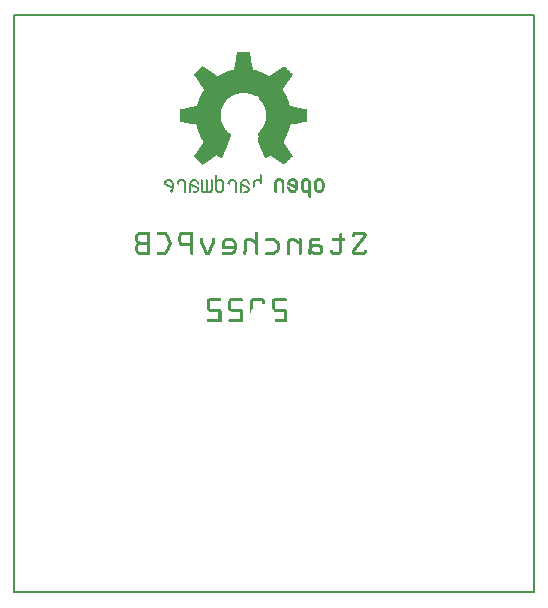
<source format=gbo>
G04 MADE WITH FRITZING*
G04 WWW.FRITZING.ORG*
G04 DOUBLE SIDED*
G04 HOLES PLATED*
G04 CONTOUR ON CENTER OF CONTOUR VECTOR*
%ASAXBY*%
%FSLAX23Y23*%
%MOIN*%
%OFA0B0*%
%SFA1.0B1.0*%
%ADD10R,1.738740X1.931510X1.722740X1.915510*%
%ADD11C,0.008000*%
%ADD12R,0.001000X0.001000*%
%LNSILK0*%
G90*
G70*
G54D11*
X4Y1928D02*
X1735Y1928D01*
X1735Y4D01*
X4Y4D01*
X4Y1928D01*
D02*
G54D12*
X748Y1805D02*
X788Y1805D01*
X747Y1804D02*
X788Y1804D01*
X747Y1803D02*
X788Y1803D01*
X747Y1802D02*
X788Y1802D01*
X747Y1801D02*
X789Y1801D01*
X747Y1800D02*
X789Y1800D01*
X746Y1799D02*
X789Y1799D01*
X746Y1798D02*
X789Y1798D01*
X746Y1797D02*
X789Y1797D01*
X746Y1796D02*
X790Y1796D01*
X746Y1795D02*
X790Y1795D01*
X745Y1794D02*
X790Y1794D01*
X745Y1793D02*
X790Y1793D01*
X745Y1792D02*
X790Y1792D01*
X745Y1791D02*
X791Y1791D01*
X745Y1790D02*
X791Y1790D01*
X745Y1789D02*
X791Y1789D01*
X744Y1788D02*
X791Y1788D01*
X744Y1787D02*
X791Y1787D01*
X744Y1786D02*
X791Y1786D01*
X744Y1785D02*
X792Y1785D01*
X744Y1784D02*
X792Y1784D01*
X743Y1783D02*
X792Y1783D01*
X743Y1782D02*
X792Y1782D01*
X743Y1781D02*
X792Y1781D01*
X743Y1780D02*
X793Y1780D01*
X743Y1779D02*
X793Y1779D01*
X742Y1778D02*
X793Y1778D01*
X742Y1777D02*
X793Y1777D01*
X742Y1776D02*
X793Y1776D01*
X742Y1775D02*
X793Y1775D01*
X742Y1774D02*
X794Y1774D01*
X742Y1773D02*
X794Y1773D01*
X741Y1772D02*
X794Y1772D01*
X741Y1771D02*
X794Y1771D01*
X741Y1770D02*
X794Y1770D01*
X741Y1769D02*
X795Y1769D01*
X741Y1768D02*
X795Y1768D01*
X740Y1767D02*
X795Y1767D01*
X740Y1766D02*
X795Y1766D01*
X740Y1765D02*
X795Y1765D01*
X740Y1764D02*
X796Y1764D01*
X740Y1763D02*
X796Y1763D01*
X740Y1762D02*
X796Y1762D01*
X739Y1761D02*
X796Y1761D01*
X739Y1760D02*
X796Y1760D01*
X739Y1759D02*
X796Y1759D01*
X739Y1758D02*
X797Y1758D01*
X631Y1757D02*
X633Y1757D01*
X739Y1757D02*
X797Y1757D01*
X902Y1757D02*
X904Y1757D01*
X630Y1756D02*
X635Y1756D01*
X738Y1756D02*
X797Y1756D01*
X901Y1756D02*
X905Y1756D01*
X629Y1755D02*
X636Y1755D01*
X738Y1755D02*
X797Y1755D01*
X899Y1755D02*
X906Y1755D01*
X628Y1754D02*
X638Y1754D01*
X738Y1754D02*
X797Y1754D01*
X898Y1754D02*
X907Y1754D01*
X627Y1753D02*
X639Y1753D01*
X738Y1753D02*
X798Y1753D01*
X896Y1753D02*
X908Y1753D01*
X626Y1752D02*
X640Y1752D01*
X738Y1752D02*
X798Y1752D01*
X895Y1752D02*
X909Y1752D01*
X625Y1751D02*
X642Y1751D01*
X737Y1751D02*
X798Y1751D01*
X893Y1751D02*
X910Y1751D01*
X624Y1750D02*
X643Y1750D01*
X737Y1750D02*
X798Y1750D01*
X892Y1750D02*
X911Y1750D01*
X623Y1749D02*
X645Y1749D01*
X737Y1749D02*
X798Y1749D01*
X891Y1749D02*
X912Y1749D01*
X622Y1748D02*
X646Y1748D01*
X737Y1748D02*
X798Y1748D01*
X889Y1748D02*
X913Y1748D01*
X621Y1747D02*
X648Y1747D01*
X737Y1747D02*
X799Y1747D01*
X888Y1747D02*
X914Y1747D01*
X620Y1746D02*
X649Y1746D01*
X736Y1746D02*
X799Y1746D01*
X886Y1746D02*
X915Y1746D01*
X619Y1745D02*
X651Y1745D01*
X732Y1745D02*
X803Y1745D01*
X885Y1745D02*
X916Y1745D01*
X618Y1744D02*
X652Y1744D01*
X728Y1744D02*
X807Y1744D01*
X883Y1744D02*
X917Y1744D01*
X617Y1743D02*
X654Y1743D01*
X725Y1743D02*
X811Y1743D01*
X882Y1743D02*
X918Y1743D01*
X616Y1742D02*
X655Y1742D01*
X721Y1742D02*
X814Y1742D01*
X880Y1742D02*
X919Y1742D01*
X615Y1741D02*
X657Y1741D01*
X718Y1741D02*
X817Y1741D01*
X879Y1741D02*
X920Y1741D01*
X614Y1740D02*
X658Y1740D01*
X715Y1740D02*
X820Y1740D01*
X877Y1740D02*
X921Y1740D01*
X613Y1739D02*
X659Y1739D01*
X713Y1739D02*
X823Y1739D01*
X876Y1739D02*
X922Y1739D01*
X612Y1738D02*
X661Y1738D01*
X710Y1738D02*
X825Y1738D01*
X874Y1738D02*
X923Y1738D01*
X611Y1737D02*
X662Y1737D01*
X707Y1737D02*
X828Y1737D01*
X873Y1737D02*
X924Y1737D01*
X610Y1736D02*
X664Y1736D01*
X705Y1736D02*
X830Y1736D01*
X872Y1736D02*
X925Y1736D01*
X609Y1735D02*
X665Y1735D01*
X703Y1735D02*
X832Y1735D01*
X870Y1735D02*
X926Y1735D01*
X608Y1734D02*
X667Y1734D01*
X701Y1734D02*
X835Y1734D01*
X869Y1734D02*
X927Y1734D01*
X607Y1733D02*
X668Y1733D01*
X699Y1733D02*
X837Y1733D01*
X867Y1733D02*
X928Y1733D01*
X606Y1732D02*
X670Y1732D01*
X697Y1732D02*
X839Y1732D01*
X866Y1732D02*
X929Y1732D01*
X605Y1731D02*
X671Y1731D01*
X695Y1731D02*
X841Y1731D01*
X864Y1731D02*
X930Y1731D01*
X604Y1730D02*
X673Y1730D01*
X693Y1730D02*
X842Y1730D01*
X863Y1730D02*
X931Y1730D01*
X604Y1729D02*
X674Y1729D01*
X691Y1729D02*
X844Y1729D01*
X861Y1729D02*
X932Y1729D01*
X604Y1728D02*
X675Y1728D01*
X689Y1728D02*
X846Y1728D01*
X860Y1728D02*
X931Y1728D01*
X605Y1727D02*
X677Y1727D01*
X688Y1727D02*
X848Y1727D01*
X858Y1727D02*
X930Y1727D01*
X606Y1726D02*
X678Y1726D01*
X686Y1726D02*
X849Y1726D01*
X857Y1726D02*
X930Y1726D01*
X606Y1725D02*
X680Y1725D01*
X684Y1725D02*
X851Y1725D01*
X856Y1725D02*
X929Y1725D01*
X607Y1724D02*
X928Y1724D01*
X608Y1723D02*
X928Y1723D01*
X608Y1722D02*
X927Y1722D01*
X609Y1721D02*
X926Y1721D01*
X610Y1720D02*
X926Y1720D01*
X610Y1719D02*
X925Y1719D01*
X611Y1718D02*
X924Y1718D01*
X612Y1717D02*
X924Y1717D01*
X612Y1716D02*
X923Y1716D01*
X613Y1715D02*
X922Y1715D01*
X614Y1714D02*
X922Y1714D01*
X615Y1713D02*
X921Y1713D01*
X615Y1712D02*
X920Y1712D01*
X616Y1711D02*
X919Y1711D01*
X617Y1710D02*
X919Y1710D01*
X617Y1709D02*
X918Y1709D01*
X618Y1708D02*
X917Y1708D01*
X619Y1707D02*
X917Y1707D01*
X619Y1706D02*
X916Y1706D01*
X620Y1705D02*
X915Y1705D01*
X621Y1704D02*
X915Y1704D01*
X621Y1703D02*
X914Y1703D01*
X622Y1702D02*
X913Y1702D01*
X623Y1701D02*
X913Y1701D01*
X623Y1700D02*
X912Y1700D01*
X624Y1699D02*
X911Y1699D01*
X625Y1698D02*
X911Y1698D01*
X625Y1697D02*
X910Y1697D01*
X626Y1696D02*
X909Y1696D01*
X627Y1695D02*
X909Y1695D01*
X628Y1694D02*
X908Y1694D01*
X628Y1693D02*
X907Y1693D01*
X629Y1692D02*
X906Y1692D01*
X630Y1691D02*
X906Y1691D01*
X630Y1690D02*
X905Y1690D01*
X631Y1689D02*
X904Y1689D01*
X632Y1688D02*
X904Y1688D01*
X632Y1687D02*
X903Y1687D01*
X633Y1686D02*
X902Y1686D01*
X634Y1685D02*
X902Y1685D01*
X634Y1684D02*
X901Y1684D01*
X635Y1683D02*
X900Y1683D01*
X636Y1682D02*
X900Y1682D01*
X636Y1681D02*
X899Y1681D01*
X637Y1680D02*
X898Y1680D01*
X637Y1679D02*
X899Y1679D01*
X636Y1678D02*
X899Y1678D01*
X636Y1677D02*
X900Y1677D01*
X635Y1676D02*
X901Y1676D01*
X634Y1675D02*
X901Y1675D01*
X634Y1674D02*
X902Y1674D01*
X633Y1673D02*
X902Y1673D01*
X632Y1672D02*
X903Y1672D01*
X632Y1671D02*
X904Y1671D01*
X631Y1670D02*
X904Y1670D01*
X631Y1669D02*
X905Y1669D01*
X630Y1668D02*
X757Y1668D01*
X778Y1668D02*
X905Y1668D01*
X629Y1667D02*
X751Y1667D01*
X784Y1667D02*
X906Y1667D01*
X629Y1666D02*
X747Y1666D01*
X788Y1666D02*
X906Y1666D01*
X628Y1665D02*
X744Y1665D01*
X792Y1665D02*
X907Y1665D01*
X628Y1664D02*
X741Y1664D01*
X794Y1664D02*
X907Y1664D01*
X627Y1663D02*
X738Y1663D01*
X797Y1663D02*
X908Y1663D01*
X627Y1662D02*
X736Y1662D01*
X799Y1662D02*
X908Y1662D01*
X626Y1661D02*
X734Y1661D01*
X801Y1661D02*
X909Y1661D01*
X626Y1660D02*
X732Y1660D01*
X803Y1660D02*
X909Y1660D01*
X625Y1659D02*
X730Y1659D01*
X805Y1659D02*
X910Y1659D01*
X625Y1658D02*
X728Y1658D01*
X807Y1658D02*
X910Y1658D01*
X624Y1657D02*
X727Y1657D01*
X818Y1657D02*
X911Y1657D01*
X624Y1656D02*
X725Y1656D01*
X819Y1656D02*
X911Y1656D01*
X624Y1655D02*
X724Y1655D01*
X819Y1655D02*
X912Y1655D01*
X623Y1654D02*
X722Y1654D01*
X819Y1654D02*
X912Y1654D01*
X623Y1653D02*
X721Y1653D01*
X819Y1653D02*
X913Y1653D01*
X622Y1652D02*
X720Y1652D01*
X819Y1652D02*
X913Y1652D01*
X622Y1651D02*
X719Y1651D01*
X819Y1651D02*
X913Y1651D01*
X621Y1650D02*
X717Y1650D01*
X819Y1650D02*
X914Y1650D01*
X621Y1649D02*
X716Y1649D01*
X819Y1649D02*
X914Y1649D01*
X621Y1648D02*
X715Y1648D01*
X820Y1648D02*
X915Y1648D01*
X620Y1647D02*
X714Y1647D01*
X821Y1647D02*
X915Y1647D01*
X620Y1646D02*
X713Y1646D01*
X822Y1646D02*
X915Y1646D01*
X620Y1645D02*
X712Y1645D01*
X823Y1645D02*
X916Y1645D01*
X619Y1644D02*
X711Y1644D01*
X824Y1644D02*
X916Y1644D01*
X619Y1643D02*
X710Y1643D01*
X825Y1643D02*
X917Y1643D01*
X619Y1642D02*
X710Y1642D01*
X826Y1642D02*
X917Y1642D01*
X618Y1641D02*
X709Y1641D01*
X827Y1641D02*
X917Y1641D01*
X618Y1640D02*
X708Y1640D01*
X827Y1640D02*
X918Y1640D01*
X617Y1639D02*
X707Y1639D01*
X828Y1639D02*
X918Y1639D01*
X617Y1638D02*
X706Y1638D01*
X829Y1638D02*
X918Y1638D01*
X617Y1637D02*
X706Y1637D01*
X830Y1637D02*
X918Y1637D01*
X617Y1636D02*
X705Y1636D01*
X830Y1636D02*
X919Y1636D01*
X616Y1635D02*
X704Y1635D01*
X831Y1635D02*
X919Y1635D01*
X616Y1634D02*
X704Y1634D01*
X832Y1634D02*
X919Y1634D01*
X616Y1633D02*
X703Y1633D01*
X832Y1633D02*
X920Y1633D01*
X615Y1632D02*
X702Y1632D01*
X833Y1632D02*
X920Y1632D01*
X615Y1631D02*
X702Y1631D01*
X834Y1631D02*
X920Y1631D01*
X615Y1630D02*
X701Y1630D01*
X834Y1630D02*
X920Y1630D01*
X615Y1629D02*
X701Y1629D01*
X835Y1629D02*
X921Y1629D01*
X614Y1628D02*
X700Y1628D01*
X835Y1628D02*
X921Y1628D01*
X614Y1627D02*
X700Y1627D01*
X836Y1627D02*
X921Y1627D01*
X614Y1626D02*
X699Y1626D01*
X836Y1626D02*
X921Y1626D01*
X614Y1625D02*
X699Y1625D01*
X837Y1625D02*
X922Y1625D01*
X610Y1624D02*
X698Y1624D01*
X837Y1624D02*
X926Y1624D01*
X604Y1623D02*
X698Y1623D01*
X838Y1623D02*
X931Y1623D01*
X599Y1622D02*
X697Y1622D01*
X838Y1622D02*
X936Y1622D01*
X594Y1621D02*
X697Y1621D01*
X838Y1621D02*
X942Y1621D01*
X588Y1620D02*
X697Y1620D01*
X839Y1620D02*
X947Y1620D01*
X583Y1619D02*
X696Y1619D01*
X839Y1619D02*
X953Y1619D01*
X577Y1618D02*
X696Y1618D01*
X840Y1618D02*
X958Y1618D01*
X572Y1617D02*
X695Y1617D01*
X840Y1617D02*
X963Y1617D01*
X567Y1616D02*
X695Y1616D01*
X840Y1616D02*
X969Y1616D01*
X561Y1615D02*
X695Y1615D01*
X841Y1615D02*
X974Y1615D01*
X556Y1614D02*
X695Y1614D01*
X841Y1614D02*
X979Y1614D01*
X556Y1613D02*
X694Y1613D01*
X841Y1613D02*
X980Y1613D01*
X556Y1612D02*
X694Y1612D01*
X841Y1612D02*
X980Y1612D01*
X556Y1611D02*
X694Y1611D01*
X842Y1611D02*
X980Y1611D01*
X556Y1610D02*
X694Y1610D01*
X842Y1610D02*
X980Y1610D01*
X556Y1609D02*
X693Y1609D01*
X842Y1609D02*
X980Y1609D01*
X556Y1608D02*
X693Y1608D01*
X842Y1608D02*
X980Y1608D01*
X556Y1607D02*
X693Y1607D01*
X843Y1607D02*
X980Y1607D01*
X556Y1606D02*
X693Y1606D01*
X843Y1606D02*
X980Y1606D01*
X556Y1605D02*
X693Y1605D01*
X843Y1605D02*
X980Y1605D01*
X556Y1604D02*
X692Y1604D01*
X843Y1604D02*
X980Y1604D01*
X556Y1603D02*
X692Y1603D01*
X843Y1603D02*
X980Y1603D01*
X556Y1602D02*
X692Y1602D01*
X843Y1602D02*
X980Y1602D01*
X556Y1601D02*
X692Y1601D01*
X843Y1601D02*
X980Y1601D01*
X556Y1600D02*
X692Y1600D01*
X844Y1600D02*
X980Y1600D01*
X556Y1599D02*
X692Y1599D01*
X844Y1599D02*
X980Y1599D01*
X556Y1598D02*
X692Y1598D01*
X844Y1598D02*
X980Y1598D01*
X556Y1597D02*
X692Y1597D01*
X844Y1597D02*
X980Y1597D01*
X556Y1596D02*
X692Y1596D01*
X844Y1596D02*
X980Y1596D01*
X556Y1595D02*
X692Y1595D01*
X844Y1595D02*
X980Y1595D01*
X556Y1594D02*
X692Y1594D01*
X844Y1594D02*
X980Y1594D01*
X556Y1593D02*
X692Y1593D01*
X844Y1593D02*
X980Y1593D01*
X556Y1592D02*
X692Y1592D01*
X844Y1592D02*
X980Y1592D01*
X556Y1591D02*
X692Y1591D01*
X844Y1591D02*
X980Y1591D01*
X556Y1590D02*
X692Y1590D01*
X844Y1590D02*
X980Y1590D01*
X556Y1589D02*
X692Y1589D01*
X844Y1589D02*
X980Y1589D01*
X556Y1588D02*
X692Y1588D01*
X844Y1588D02*
X980Y1588D01*
X556Y1587D02*
X692Y1587D01*
X844Y1587D02*
X980Y1587D01*
X556Y1586D02*
X692Y1586D01*
X843Y1586D02*
X980Y1586D01*
X556Y1585D02*
X692Y1585D01*
X843Y1585D02*
X980Y1585D01*
X556Y1584D02*
X692Y1584D01*
X843Y1584D02*
X980Y1584D01*
X556Y1583D02*
X692Y1583D01*
X843Y1583D02*
X980Y1583D01*
X556Y1582D02*
X692Y1582D01*
X843Y1582D02*
X980Y1582D01*
X556Y1581D02*
X693Y1581D01*
X843Y1581D02*
X980Y1581D01*
X556Y1580D02*
X693Y1580D01*
X843Y1580D02*
X980Y1580D01*
X556Y1579D02*
X693Y1579D01*
X843Y1579D02*
X980Y1579D01*
X556Y1578D02*
X693Y1578D01*
X842Y1578D02*
X980Y1578D01*
X556Y1577D02*
X693Y1577D01*
X842Y1577D02*
X980Y1577D01*
X556Y1576D02*
X694Y1576D01*
X842Y1576D02*
X980Y1576D01*
X556Y1575D02*
X694Y1575D01*
X842Y1575D02*
X980Y1575D01*
X556Y1574D02*
X694Y1574D01*
X841Y1574D02*
X980Y1574D01*
X556Y1573D02*
X694Y1573D01*
X841Y1573D02*
X979Y1573D01*
X560Y1572D02*
X695Y1572D01*
X841Y1572D02*
X975Y1572D01*
X566Y1571D02*
X695Y1571D01*
X841Y1571D02*
X969Y1571D01*
X571Y1570D02*
X695Y1570D01*
X840Y1570D02*
X964Y1570D01*
X577Y1569D02*
X695Y1569D01*
X840Y1569D02*
X959Y1569D01*
X582Y1568D02*
X696Y1568D01*
X840Y1568D02*
X953Y1568D01*
X587Y1567D02*
X696Y1567D01*
X839Y1567D02*
X948Y1567D01*
X593Y1566D02*
X697Y1566D01*
X839Y1566D02*
X943Y1566D01*
X598Y1565D02*
X697Y1565D01*
X838Y1565D02*
X937Y1565D01*
X603Y1564D02*
X697Y1564D01*
X838Y1564D02*
X932Y1564D01*
X609Y1563D02*
X698Y1563D01*
X838Y1563D02*
X926Y1563D01*
X613Y1562D02*
X698Y1562D01*
X837Y1562D02*
X923Y1562D01*
X613Y1561D02*
X699Y1561D01*
X837Y1561D02*
X923Y1561D01*
X613Y1560D02*
X699Y1560D01*
X836Y1560D02*
X922Y1560D01*
X613Y1559D02*
X700Y1559D01*
X836Y1559D02*
X922Y1559D01*
X613Y1558D02*
X700Y1558D01*
X835Y1558D02*
X922Y1558D01*
X614Y1557D02*
X701Y1557D01*
X835Y1557D02*
X922Y1557D01*
X614Y1556D02*
X701Y1556D01*
X834Y1556D02*
X921Y1556D01*
X614Y1555D02*
X702Y1555D01*
X834Y1555D02*
X921Y1555D01*
X614Y1554D02*
X702Y1554D01*
X833Y1554D02*
X921Y1554D01*
X615Y1553D02*
X703Y1553D01*
X832Y1553D02*
X921Y1553D01*
X615Y1552D02*
X704Y1552D01*
X832Y1552D02*
X921Y1552D01*
X615Y1551D02*
X704Y1551D01*
X831Y1551D02*
X920Y1551D01*
X615Y1550D02*
X705Y1550D01*
X830Y1550D02*
X920Y1550D01*
X616Y1549D02*
X706Y1549D01*
X830Y1549D02*
X920Y1549D01*
X616Y1548D02*
X706Y1548D01*
X829Y1548D02*
X919Y1548D01*
X616Y1547D02*
X707Y1547D01*
X828Y1547D02*
X919Y1547D01*
X616Y1546D02*
X708Y1546D01*
X827Y1546D02*
X919Y1546D01*
X617Y1545D02*
X709Y1545D01*
X827Y1545D02*
X919Y1545D01*
X617Y1544D02*
X710Y1544D01*
X826Y1544D02*
X918Y1544D01*
X617Y1543D02*
X711Y1543D01*
X825Y1543D02*
X918Y1543D01*
X618Y1542D02*
X711Y1542D01*
X824Y1542D02*
X918Y1542D01*
X618Y1541D02*
X712Y1541D01*
X823Y1541D02*
X917Y1541D01*
X618Y1540D02*
X713Y1540D01*
X822Y1540D02*
X917Y1540D01*
X619Y1539D02*
X714Y1539D01*
X821Y1539D02*
X917Y1539D01*
X619Y1538D02*
X715Y1538D01*
X820Y1538D02*
X916Y1538D01*
X619Y1537D02*
X716Y1537D01*
X819Y1537D02*
X916Y1537D01*
X620Y1536D02*
X718Y1536D01*
X818Y1536D02*
X916Y1536D01*
X620Y1535D02*
X719Y1535D01*
X817Y1535D02*
X915Y1535D01*
X621Y1534D02*
X720Y1534D01*
X816Y1534D02*
X915Y1534D01*
X621Y1533D02*
X721Y1533D01*
X817Y1533D02*
X914Y1533D01*
X621Y1532D02*
X723Y1532D01*
X817Y1532D02*
X914Y1532D01*
X622Y1531D02*
X724Y1531D01*
X817Y1531D02*
X914Y1531D01*
X622Y1530D02*
X725Y1530D01*
X818Y1530D02*
X913Y1530D01*
X623Y1529D02*
X727Y1529D01*
X818Y1529D02*
X913Y1529D01*
X623Y1528D02*
X728Y1528D01*
X818Y1528D02*
X912Y1528D01*
X623Y1527D02*
X727Y1527D01*
X818Y1527D02*
X912Y1527D01*
X624Y1526D02*
X727Y1526D01*
X818Y1526D02*
X911Y1526D01*
X624Y1525D02*
X726Y1525D01*
X818Y1525D02*
X911Y1525D01*
X625Y1524D02*
X726Y1524D01*
X818Y1524D02*
X911Y1524D01*
X625Y1523D02*
X726Y1523D01*
X819Y1523D02*
X910Y1523D01*
X626Y1522D02*
X725Y1522D01*
X819Y1522D02*
X910Y1522D01*
X626Y1521D02*
X725Y1521D01*
X819Y1521D02*
X909Y1521D01*
X627Y1520D02*
X724Y1520D01*
X818Y1520D02*
X909Y1520D01*
X627Y1519D02*
X724Y1519D01*
X818Y1519D02*
X908Y1519D01*
X628Y1518D02*
X723Y1518D01*
X818Y1518D02*
X908Y1518D01*
X628Y1517D02*
X723Y1517D01*
X818Y1517D02*
X907Y1517D01*
X629Y1516D02*
X723Y1516D01*
X818Y1516D02*
X906Y1516D01*
X629Y1515D02*
X722Y1515D01*
X818Y1515D02*
X906Y1515D01*
X630Y1514D02*
X722Y1514D01*
X817Y1514D02*
X905Y1514D01*
X631Y1513D02*
X721Y1513D01*
X817Y1513D02*
X905Y1513D01*
X631Y1512D02*
X721Y1512D01*
X817Y1512D02*
X904Y1512D01*
X632Y1511D02*
X721Y1511D01*
X817Y1511D02*
X904Y1511D01*
X632Y1510D02*
X720Y1510D01*
X816Y1510D02*
X903Y1510D01*
X633Y1509D02*
X720Y1509D01*
X816Y1509D02*
X902Y1509D01*
X633Y1508D02*
X719Y1508D01*
X816Y1508D02*
X902Y1508D01*
X634Y1507D02*
X719Y1507D01*
X816Y1507D02*
X901Y1507D01*
X635Y1506D02*
X718Y1506D01*
X817Y1506D02*
X901Y1506D01*
X635Y1505D02*
X718Y1505D01*
X817Y1505D02*
X900Y1505D01*
X635Y1504D02*
X718Y1504D01*
X818Y1504D02*
X900Y1504D01*
X634Y1503D02*
X717Y1503D01*
X818Y1503D02*
X901Y1503D01*
X634Y1502D02*
X717Y1502D01*
X819Y1502D02*
X902Y1502D01*
X633Y1501D02*
X716Y1501D01*
X819Y1501D02*
X902Y1501D01*
X632Y1500D02*
X716Y1500D01*
X819Y1500D02*
X903Y1500D01*
X632Y1499D02*
X716Y1499D01*
X820Y1499D02*
X904Y1499D01*
X631Y1498D02*
X715Y1498D01*
X820Y1498D02*
X904Y1498D01*
X630Y1497D02*
X715Y1497D01*
X821Y1497D02*
X905Y1497D01*
X630Y1496D02*
X714Y1496D01*
X821Y1496D02*
X906Y1496D01*
X629Y1495D02*
X714Y1495D01*
X821Y1495D02*
X906Y1495D01*
X628Y1494D02*
X714Y1494D01*
X822Y1494D02*
X907Y1494D01*
X628Y1493D02*
X713Y1493D01*
X822Y1493D02*
X908Y1493D01*
X627Y1492D02*
X713Y1492D01*
X823Y1492D02*
X908Y1492D01*
X626Y1491D02*
X712Y1491D01*
X823Y1491D02*
X909Y1491D01*
X626Y1490D02*
X712Y1490D01*
X824Y1490D02*
X910Y1490D01*
X625Y1489D02*
X711Y1489D01*
X824Y1489D02*
X910Y1489D01*
X624Y1488D02*
X711Y1488D01*
X824Y1488D02*
X911Y1488D01*
X624Y1487D02*
X711Y1487D01*
X825Y1487D02*
X912Y1487D01*
X623Y1486D02*
X710Y1486D01*
X825Y1486D02*
X913Y1486D01*
X622Y1485D02*
X710Y1485D01*
X826Y1485D02*
X913Y1485D01*
X621Y1484D02*
X709Y1484D01*
X826Y1484D02*
X914Y1484D01*
X621Y1483D02*
X709Y1483D01*
X826Y1483D02*
X915Y1483D01*
X620Y1482D02*
X709Y1482D01*
X827Y1482D02*
X915Y1482D01*
X619Y1481D02*
X708Y1481D01*
X827Y1481D02*
X916Y1481D01*
X619Y1480D02*
X708Y1480D01*
X828Y1480D02*
X917Y1480D01*
X618Y1479D02*
X707Y1479D01*
X828Y1479D02*
X917Y1479D01*
X617Y1478D02*
X707Y1478D01*
X828Y1478D02*
X918Y1478D01*
X617Y1477D02*
X706Y1477D01*
X829Y1477D02*
X919Y1477D01*
X616Y1476D02*
X706Y1476D01*
X829Y1476D02*
X919Y1476D01*
X615Y1475D02*
X706Y1475D01*
X830Y1475D02*
X920Y1475D01*
X615Y1474D02*
X705Y1474D01*
X830Y1474D02*
X921Y1474D01*
X614Y1473D02*
X705Y1473D01*
X831Y1473D02*
X921Y1473D01*
X613Y1472D02*
X704Y1472D01*
X831Y1472D02*
X922Y1472D01*
X613Y1471D02*
X704Y1471D01*
X831Y1471D02*
X923Y1471D01*
X612Y1470D02*
X704Y1470D01*
X832Y1470D02*
X924Y1470D01*
X611Y1469D02*
X703Y1469D01*
X832Y1469D02*
X924Y1469D01*
X610Y1468D02*
X703Y1468D01*
X833Y1468D02*
X925Y1468D01*
X610Y1467D02*
X702Y1467D01*
X833Y1467D02*
X926Y1467D01*
X609Y1466D02*
X702Y1466D01*
X833Y1466D02*
X926Y1466D01*
X608Y1465D02*
X702Y1465D01*
X834Y1465D02*
X927Y1465D01*
X608Y1464D02*
X701Y1464D01*
X834Y1464D02*
X928Y1464D01*
X607Y1463D02*
X701Y1463D01*
X835Y1463D02*
X928Y1463D01*
X606Y1462D02*
X700Y1462D01*
X835Y1462D02*
X929Y1462D01*
X606Y1461D02*
X700Y1461D01*
X836Y1461D02*
X930Y1461D01*
X605Y1460D02*
X677Y1460D01*
X679Y1460D02*
X699Y1460D01*
X836Y1460D02*
X856Y1460D01*
X858Y1460D02*
X930Y1460D01*
X604Y1459D02*
X676Y1459D01*
X681Y1459D02*
X699Y1459D01*
X836Y1459D02*
X854Y1459D01*
X860Y1459D02*
X931Y1459D01*
X604Y1458D02*
X674Y1458D01*
X683Y1458D02*
X699Y1458D01*
X837Y1458D02*
X853Y1458D01*
X861Y1458D02*
X932Y1458D01*
X604Y1457D02*
X673Y1457D01*
X684Y1457D02*
X698Y1457D01*
X837Y1457D02*
X851Y1457D01*
X863Y1457D02*
X931Y1457D01*
X605Y1456D02*
X671Y1456D01*
X686Y1456D02*
X698Y1456D01*
X838Y1456D02*
X850Y1456D01*
X864Y1456D02*
X930Y1456D01*
X606Y1455D02*
X670Y1455D01*
X687Y1455D02*
X697Y1455D01*
X838Y1455D02*
X848Y1455D01*
X866Y1455D02*
X929Y1455D01*
X607Y1454D02*
X668Y1454D01*
X689Y1454D02*
X697Y1454D01*
X838Y1454D02*
X846Y1454D01*
X867Y1454D02*
X928Y1454D01*
X608Y1453D02*
X667Y1453D01*
X691Y1453D02*
X697Y1453D01*
X839Y1453D02*
X845Y1453D01*
X868Y1453D02*
X927Y1453D01*
X609Y1452D02*
X665Y1452D01*
X693Y1452D02*
X696Y1452D01*
X839Y1452D02*
X843Y1452D01*
X870Y1452D02*
X926Y1452D01*
X610Y1451D02*
X664Y1451D01*
X694Y1451D02*
X696Y1451D01*
X840Y1451D02*
X841Y1451D01*
X871Y1451D02*
X925Y1451D01*
X611Y1450D02*
X663Y1450D01*
X873Y1450D02*
X924Y1450D01*
X612Y1449D02*
X661Y1449D01*
X874Y1449D02*
X923Y1449D01*
X613Y1448D02*
X660Y1448D01*
X876Y1448D02*
X922Y1448D01*
X614Y1447D02*
X658Y1447D01*
X877Y1447D02*
X921Y1447D01*
X615Y1446D02*
X657Y1446D01*
X879Y1446D02*
X920Y1446D01*
X616Y1445D02*
X655Y1445D01*
X880Y1445D02*
X919Y1445D01*
X617Y1444D02*
X654Y1444D01*
X882Y1444D02*
X918Y1444D01*
X618Y1443D02*
X652Y1443D01*
X883Y1443D02*
X917Y1443D01*
X619Y1442D02*
X651Y1442D01*
X884Y1442D02*
X916Y1442D01*
X620Y1441D02*
X649Y1441D01*
X886Y1441D02*
X915Y1441D01*
X621Y1440D02*
X648Y1440D01*
X887Y1440D02*
X914Y1440D01*
X622Y1439D02*
X647Y1439D01*
X889Y1439D02*
X913Y1439D01*
X623Y1438D02*
X645Y1438D01*
X890Y1438D02*
X912Y1438D01*
X624Y1437D02*
X644Y1437D01*
X892Y1437D02*
X911Y1437D01*
X625Y1436D02*
X642Y1436D01*
X893Y1436D02*
X910Y1436D01*
X626Y1435D02*
X641Y1435D01*
X895Y1435D02*
X909Y1435D01*
X627Y1434D02*
X639Y1434D01*
X896Y1434D02*
X908Y1434D01*
X628Y1433D02*
X638Y1433D01*
X898Y1433D02*
X907Y1433D01*
X629Y1432D02*
X636Y1432D01*
X899Y1432D02*
X906Y1432D01*
X630Y1431D02*
X635Y1431D01*
X900Y1431D02*
X905Y1431D01*
X631Y1430D02*
X633Y1430D01*
X902Y1430D02*
X904Y1430D01*
X632Y1429D02*
X632Y1429D01*
X903Y1429D02*
X903Y1429D01*
X673Y1397D02*
X674Y1397D01*
X825Y1397D02*
X826Y1397D01*
X673Y1396D02*
X677Y1396D01*
X825Y1396D02*
X829Y1396D01*
X673Y1395D02*
X678Y1395D01*
X825Y1395D02*
X830Y1395D01*
X673Y1394D02*
X678Y1394D01*
X825Y1394D02*
X830Y1394D01*
X673Y1393D02*
X678Y1393D01*
X825Y1393D02*
X830Y1393D01*
X673Y1392D02*
X678Y1392D01*
X825Y1392D02*
X830Y1392D01*
X673Y1391D02*
X678Y1391D01*
X825Y1391D02*
X830Y1391D01*
X673Y1390D02*
X678Y1390D01*
X825Y1390D02*
X830Y1390D01*
X673Y1389D02*
X678Y1389D01*
X825Y1389D02*
X830Y1389D01*
X673Y1388D02*
X678Y1388D01*
X825Y1388D02*
X830Y1388D01*
X673Y1387D02*
X678Y1387D01*
X825Y1387D02*
X830Y1387D01*
X673Y1386D02*
X678Y1386D01*
X825Y1386D02*
X830Y1386D01*
X673Y1385D02*
X678Y1385D01*
X825Y1385D02*
X830Y1385D01*
X673Y1384D02*
X678Y1384D01*
X825Y1384D02*
X830Y1384D01*
X885Y1384D02*
X890Y1384D01*
X929Y1384D02*
X935Y1384D01*
X973Y1384D02*
X979Y1384D01*
X1018Y1384D02*
X1024Y1384D01*
X673Y1383D02*
X678Y1383D01*
X825Y1383D02*
X830Y1383D01*
X881Y1383D02*
X894Y1383D01*
X926Y1383D02*
X938Y1383D01*
X970Y1383D02*
X982Y1383D01*
X1015Y1383D02*
X1027Y1383D01*
X673Y1382D02*
X678Y1382D01*
X825Y1382D02*
X830Y1382D01*
X879Y1382D02*
X896Y1382D01*
X924Y1382D02*
X940Y1382D01*
X968Y1382D02*
X984Y1382D01*
X1013Y1382D02*
X1029Y1382D01*
X515Y1381D02*
X523Y1381D01*
X558Y1381D02*
X565Y1381D01*
X600Y1381D02*
X607Y1381D01*
X627Y1381D02*
X627Y1381D01*
X643Y1381D02*
X643Y1381D01*
X659Y1381D02*
X660Y1381D01*
X673Y1381D02*
X678Y1381D01*
X684Y1381D02*
X692Y1381D01*
X727Y1381D02*
X734Y1381D01*
X769Y1381D02*
X776Y1381D01*
X811Y1381D02*
X819Y1381D01*
X825Y1381D02*
X830Y1381D01*
X878Y1381D02*
X897Y1381D01*
X922Y1381D02*
X942Y1381D01*
X967Y1381D02*
X986Y1381D01*
X1011Y1381D02*
X1030Y1381D01*
X513Y1380D02*
X526Y1380D01*
X555Y1380D02*
X568Y1380D01*
X597Y1380D02*
X610Y1380D01*
X627Y1380D02*
X629Y1380D01*
X643Y1380D02*
X646Y1380D01*
X659Y1380D02*
X662Y1380D01*
X673Y1380D02*
X678Y1380D01*
X682Y1380D02*
X695Y1380D01*
X724Y1380D02*
X737Y1380D01*
X766Y1380D02*
X779Y1380D01*
X809Y1380D02*
X821Y1380D01*
X825Y1380D02*
X830Y1380D01*
X877Y1380D02*
X898Y1380D01*
X921Y1380D02*
X943Y1380D01*
X965Y1380D02*
X987Y1380D01*
X1010Y1380D02*
X1032Y1380D01*
X511Y1379D02*
X527Y1379D01*
X553Y1379D02*
X570Y1379D01*
X595Y1379D02*
X612Y1379D01*
X627Y1379D02*
X632Y1379D01*
X643Y1379D02*
X648Y1379D01*
X659Y1379D02*
X664Y1379D01*
X673Y1379D02*
X696Y1379D01*
X722Y1379D02*
X739Y1379D01*
X764Y1379D02*
X781Y1379D01*
X807Y1379D02*
X830Y1379D01*
X875Y1379D02*
X899Y1379D01*
X920Y1379D02*
X944Y1379D01*
X964Y1379D02*
X988Y1379D01*
X1009Y1379D02*
X1033Y1379D01*
X510Y1378D02*
X529Y1378D01*
X552Y1378D02*
X571Y1378D01*
X594Y1378D02*
X613Y1378D01*
X627Y1378D02*
X632Y1378D01*
X643Y1378D02*
X649Y1378D01*
X659Y1378D02*
X665Y1378D01*
X673Y1378D02*
X698Y1378D01*
X721Y1378D02*
X740Y1378D01*
X763Y1378D02*
X782Y1378D01*
X805Y1378D02*
X830Y1378D01*
X875Y1378D02*
X900Y1378D01*
X919Y1378D02*
X945Y1378D01*
X963Y1378D02*
X989Y1378D01*
X1008Y1378D02*
X1034Y1378D01*
X508Y1377D02*
X530Y1377D01*
X551Y1377D02*
X572Y1377D01*
X593Y1377D02*
X614Y1377D01*
X627Y1377D02*
X632Y1377D01*
X643Y1377D02*
X649Y1377D01*
X659Y1377D02*
X665Y1377D01*
X673Y1377D02*
X699Y1377D01*
X720Y1377D02*
X741Y1377D01*
X762Y1377D02*
X783Y1377D01*
X804Y1377D02*
X830Y1377D01*
X874Y1377D02*
X901Y1377D01*
X918Y1377D02*
X946Y1377D01*
X963Y1377D02*
X990Y1377D01*
X1007Y1377D02*
X1034Y1377D01*
X508Y1376D02*
X531Y1376D01*
X550Y1376D02*
X573Y1376D01*
X592Y1376D02*
X615Y1376D01*
X627Y1376D02*
X632Y1376D01*
X643Y1376D02*
X649Y1376D01*
X659Y1376D02*
X665Y1376D01*
X673Y1376D02*
X700Y1376D01*
X719Y1376D02*
X742Y1376D01*
X761Y1376D02*
X784Y1376D01*
X803Y1376D02*
X830Y1376D01*
X873Y1376D02*
X902Y1376D01*
X918Y1376D02*
X946Y1376D01*
X962Y1376D02*
X991Y1376D01*
X1006Y1376D02*
X1035Y1376D01*
X507Y1375D02*
X532Y1375D01*
X549Y1375D02*
X574Y1375D01*
X591Y1375D02*
X616Y1375D01*
X627Y1375D02*
X632Y1375D01*
X643Y1375D02*
X649Y1375D01*
X659Y1375D02*
X665Y1375D01*
X673Y1375D02*
X701Y1375D01*
X718Y1375D02*
X743Y1375D01*
X760Y1375D02*
X785Y1375D01*
X803Y1375D02*
X830Y1375D01*
X873Y1375D02*
X902Y1375D01*
X917Y1375D02*
X947Y1375D01*
X961Y1375D02*
X991Y1375D01*
X1006Y1375D02*
X1036Y1375D01*
X506Y1374D02*
X515Y1374D01*
X523Y1374D02*
X532Y1374D01*
X548Y1374D02*
X557Y1374D01*
X565Y1374D02*
X575Y1374D01*
X590Y1374D02*
X600Y1374D01*
X608Y1374D02*
X616Y1374D01*
X627Y1374D02*
X632Y1374D01*
X643Y1374D02*
X649Y1374D01*
X659Y1374D02*
X665Y1374D01*
X673Y1374D02*
X684Y1374D01*
X692Y1374D02*
X701Y1374D01*
X717Y1374D02*
X726Y1374D01*
X734Y1374D02*
X744Y1374D01*
X759Y1374D02*
X769Y1374D01*
X777Y1374D02*
X785Y1374D01*
X802Y1374D02*
X811Y1374D01*
X819Y1374D02*
X830Y1374D01*
X872Y1374D02*
X884Y1374D01*
X891Y1374D02*
X903Y1374D01*
X916Y1374D02*
X928Y1374D01*
X936Y1374D02*
X947Y1374D01*
X961Y1374D02*
X973Y1374D01*
X980Y1374D02*
X992Y1374D01*
X1005Y1374D02*
X1017Y1374D01*
X1025Y1374D02*
X1036Y1374D01*
X505Y1373D02*
X513Y1373D01*
X525Y1373D02*
X533Y1373D01*
X548Y1373D02*
X556Y1373D01*
X567Y1373D02*
X575Y1373D01*
X590Y1373D02*
X598Y1373D01*
X609Y1373D02*
X617Y1373D01*
X627Y1373D02*
X632Y1373D01*
X643Y1373D02*
X649Y1373D01*
X659Y1373D02*
X665Y1373D01*
X673Y1373D02*
X682Y1373D01*
X694Y1373D02*
X702Y1373D01*
X717Y1373D02*
X725Y1373D01*
X736Y1373D02*
X744Y1373D01*
X759Y1373D02*
X767Y1373D01*
X779Y1373D02*
X786Y1373D01*
X801Y1373D02*
X809Y1373D01*
X821Y1373D02*
X830Y1373D01*
X872Y1373D02*
X882Y1373D01*
X893Y1373D02*
X903Y1373D01*
X916Y1373D02*
X927Y1373D01*
X937Y1373D02*
X948Y1373D01*
X961Y1373D02*
X971Y1373D01*
X982Y1373D02*
X992Y1373D01*
X1005Y1373D02*
X1016Y1373D01*
X1026Y1373D02*
X1037Y1373D01*
X505Y1372D02*
X512Y1372D01*
X526Y1372D02*
X533Y1372D01*
X547Y1372D02*
X554Y1372D01*
X568Y1372D02*
X576Y1372D01*
X589Y1372D02*
X597Y1372D01*
X611Y1372D02*
X618Y1372D01*
X627Y1372D02*
X632Y1372D01*
X643Y1372D02*
X649Y1372D01*
X659Y1372D02*
X665Y1372D01*
X673Y1372D02*
X681Y1372D01*
X695Y1372D02*
X702Y1372D01*
X716Y1372D02*
X723Y1372D01*
X737Y1372D02*
X745Y1372D01*
X758Y1372D02*
X766Y1372D01*
X780Y1372D02*
X787Y1372D01*
X801Y1372D02*
X808Y1372D01*
X822Y1372D02*
X830Y1372D01*
X871Y1372D02*
X881Y1372D01*
X894Y1372D02*
X904Y1372D01*
X916Y1372D02*
X926Y1372D01*
X938Y1372D02*
X948Y1372D01*
X960Y1372D02*
X970Y1372D01*
X983Y1372D02*
X992Y1372D01*
X1005Y1372D02*
X1014Y1372D01*
X1027Y1372D02*
X1037Y1372D01*
X505Y1371D02*
X511Y1371D01*
X527Y1371D02*
X534Y1371D01*
X547Y1371D02*
X554Y1371D01*
X569Y1371D02*
X576Y1371D01*
X589Y1371D02*
X596Y1371D01*
X611Y1371D02*
X618Y1371D01*
X627Y1371D02*
X632Y1371D01*
X643Y1371D02*
X649Y1371D01*
X659Y1371D02*
X665Y1371D01*
X673Y1371D02*
X680Y1371D01*
X696Y1371D02*
X703Y1371D01*
X716Y1371D02*
X723Y1371D01*
X738Y1371D02*
X745Y1371D01*
X758Y1371D02*
X765Y1371D01*
X781Y1371D02*
X787Y1371D01*
X800Y1371D02*
X807Y1371D01*
X823Y1371D02*
X830Y1371D01*
X871Y1371D02*
X880Y1371D01*
X895Y1371D02*
X904Y1371D01*
X915Y1371D02*
X925Y1371D01*
X939Y1371D02*
X948Y1371D01*
X960Y1371D02*
X969Y1371D01*
X983Y1371D02*
X993Y1371D01*
X1004Y1371D02*
X1014Y1371D01*
X1028Y1371D02*
X1037Y1371D01*
X504Y1370D02*
X511Y1370D01*
X528Y1370D02*
X534Y1370D01*
X547Y1370D02*
X553Y1370D01*
X570Y1370D02*
X576Y1370D01*
X589Y1370D02*
X595Y1370D01*
X612Y1370D02*
X618Y1370D01*
X627Y1370D02*
X632Y1370D01*
X643Y1370D02*
X649Y1370D01*
X659Y1370D02*
X665Y1370D01*
X673Y1370D02*
X680Y1370D01*
X697Y1370D02*
X703Y1370D01*
X716Y1370D02*
X722Y1370D01*
X739Y1370D02*
X745Y1370D01*
X758Y1370D02*
X764Y1370D01*
X781Y1370D02*
X787Y1370D01*
X800Y1370D02*
X806Y1370D01*
X823Y1370D02*
X830Y1370D01*
X871Y1370D02*
X880Y1370D01*
X895Y1370D02*
X904Y1370D01*
X915Y1370D02*
X924Y1370D01*
X940Y1370D02*
X948Y1370D01*
X960Y1370D02*
X969Y1370D01*
X984Y1370D02*
X993Y1370D01*
X1004Y1370D02*
X1013Y1370D01*
X1028Y1370D02*
X1037Y1370D01*
X504Y1369D02*
X510Y1369D01*
X528Y1369D02*
X534Y1369D01*
X546Y1369D02*
X552Y1369D01*
X570Y1369D02*
X577Y1369D01*
X588Y1369D02*
X595Y1369D01*
X613Y1369D02*
X619Y1369D01*
X627Y1369D02*
X632Y1369D01*
X643Y1369D02*
X649Y1369D01*
X659Y1369D02*
X665Y1369D01*
X673Y1369D02*
X679Y1369D01*
X697Y1369D02*
X703Y1369D01*
X715Y1369D02*
X721Y1369D01*
X739Y1369D02*
X746Y1369D01*
X757Y1369D02*
X764Y1369D01*
X782Y1369D02*
X788Y1369D01*
X800Y1369D02*
X806Y1369D01*
X824Y1369D02*
X830Y1369D01*
X871Y1369D02*
X879Y1369D01*
X895Y1369D02*
X904Y1369D01*
X915Y1369D02*
X924Y1369D01*
X940Y1369D02*
X949Y1369D01*
X960Y1369D02*
X968Y1369D01*
X984Y1369D02*
X993Y1369D01*
X1004Y1369D02*
X1013Y1369D01*
X1029Y1369D02*
X1037Y1369D01*
X504Y1368D02*
X510Y1368D01*
X529Y1368D02*
X534Y1368D01*
X546Y1368D02*
X552Y1368D01*
X571Y1368D02*
X577Y1368D01*
X588Y1368D02*
X594Y1368D01*
X613Y1368D02*
X619Y1368D01*
X627Y1368D02*
X632Y1368D01*
X643Y1368D02*
X649Y1368D01*
X659Y1368D02*
X665Y1368D01*
X673Y1368D02*
X679Y1368D01*
X697Y1368D02*
X703Y1368D01*
X715Y1368D02*
X721Y1368D01*
X740Y1368D02*
X746Y1368D01*
X757Y1368D02*
X763Y1368D01*
X782Y1368D02*
X788Y1368D01*
X800Y1368D02*
X806Y1368D01*
X824Y1368D02*
X830Y1368D01*
X871Y1368D02*
X879Y1368D01*
X896Y1368D02*
X904Y1368D01*
X915Y1368D02*
X924Y1368D01*
X940Y1368D02*
X949Y1368D01*
X960Y1368D02*
X968Y1368D01*
X985Y1368D02*
X993Y1368D01*
X1004Y1368D02*
X1013Y1368D01*
X1029Y1368D02*
X1038Y1368D01*
X504Y1367D02*
X510Y1367D01*
X529Y1367D02*
X535Y1367D01*
X546Y1367D02*
X552Y1367D01*
X571Y1367D02*
X577Y1367D01*
X588Y1367D02*
X594Y1367D01*
X613Y1367D02*
X619Y1367D01*
X627Y1367D02*
X632Y1367D01*
X643Y1367D02*
X649Y1367D01*
X659Y1367D02*
X665Y1367D01*
X673Y1367D02*
X679Y1367D01*
X698Y1367D02*
X704Y1367D01*
X715Y1367D02*
X721Y1367D01*
X740Y1367D02*
X746Y1367D01*
X757Y1367D02*
X763Y1367D01*
X782Y1367D02*
X788Y1367D01*
X800Y1367D02*
X805Y1367D01*
X824Y1367D02*
X830Y1367D01*
X871Y1367D02*
X879Y1367D01*
X896Y1367D02*
X904Y1367D01*
X915Y1367D02*
X927Y1367D01*
X940Y1367D02*
X949Y1367D01*
X959Y1367D02*
X968Y1367D01*
X985Y1367D02*
X993Y1367D01*
X1004Y1367D02*
X1012Y1367D01*
X1029Y1367D02*
X1038Y1367D01*
X504Y1366D02*
X510Y1366D01*
X529Y1366D02*
X535Y1366D01*
X546Y1366D02*
X552Y1366D01*
X571Y1366D02*
X577Y1366D01*
X588Y1366D02*
X594Y1366D01*
X613Y1366D02*
X619Y1366D01*
X627Y1366D02*
X632Y1366D01*
X643Y1366D02*
X649Y1366D01*
X659Y1366D02*
X665Y1366D01*
X673Y1366D02*
X678Y1366D01*
X698Y1366D02*
X704Y1366D01*
X715Y1366D02*
X721Y1366D01*
X740Y1366D02*
X746Y1366D01*
X757Y1366D02*
X763Y1366D01*
X782Y1366D02*
X788Y1366D01*
X799Y1366D02*
X805Y1366D01*
X825Y1366D02*
X830Y1366D01*
X871Y1366D02*
X879Y1366D01*
X896Y1366D02*
X904Y1366D01*
X915Y1366D02*
X929Y1366D01*
X940Y1366D02*
X949Y1366D01*
X959Y1366D02*
X968Y1366D01*
X985Y1366D02*
X993Y1366D01*
X1004Y1366D02*
X1012Y1366D01*
X1029Y1366D02*
X1038Y1366D01*
X504Y1365D02*
X512Y1365D01*
X529Y1365D02*
X535Y1365D01*
X547Y1365D02*
X552Y1365D01*
X571Y1365D02*
X577Y1365D01*
X588Y1365D02*
X595Y1365D01*
X613Y1365D02*
X619Y1365D01*
X627Y1365D02*
X632Y1365D01*
X643Y1365D02*
X649Y1365D01*
X659Y1365D02*
X665Y1365D01*
X673Y1365D02*
X678Y1365D01*
X698Y1365D02*
X704Y1365D01*
X716Y1365D02*
X721Y1365D01*
X740Y1365D02*
X746Y1365D01*
X757Y1365D02*
X764Y1365D01*
X783Y1365D02*
X788Y1365D01*
X799Y1365D02*
X805Y1365D01*
X825Y1365D02*
X830Y1365D01*
X871Y1365D02*
X879Y1365D01*
X896Y1365D02*
X904Y1365D01*
X915Y1365D02*
X931Y1365D01*
X940Y1365D02*
X949Y1365D01*
X959Y1365D02*
X968Y1365D01*
X985Y1365D02*
X993Y1365D01*
X1004Y1365D02*
X1012Y1365D01*
X1029Y1365D02*
X1038Y1365D01*
X504Y1364D02*
X514Y1364D01*
X529Y1364D02*
X535Y1364D01*
X549Y1364D02*
X552Y1364D01*
X571Y1364D02*
X577Y1364D01*
X588Y1364D02*
X597Y1364D01*
X615Y1364D02*
X619Y1364D01*
X627Y1364D02*
X632Y1364D01*
X643Y1364D02*
X649Y1364D01*
X659Y1364D02*
X665Y1364D01*
X673Y1364D02*
X678Y1364D01*
X698Y1364D02*
X704Y1364D01*
X718Y1364D02*
X721Y1364D01*
X740Y1364D02*
X746Y1364D01*
X757Y1364D02*
X766Y1364D01*
X784Y1364D02*
X788Y1364D01*
X799Y1364D02*
X805Y1364D01*
X871Y1364D02*
X879Y1364D01*
X896Y1364D02*
X904Y1364D01*
X915Y1364D02*
X933Y1364D01*
X940Y1364D02*
X949Y1364D01*
X959Y1364D02*
X968Y1364D01*
X985Y1364D02*
X993Y1364D01*
X1004Y1364D02*
X1012Y1364D01*
X1029Y1364D02*
X1038Y1364D01*
X504Y1363D02*
X516Y1363D01*
X529Y1363D02*
X535Y1363D01*
X551Y1363D02*
X552Y1363D01*
X571Y1363D02*
X577Y1363D01*
X588Y1363D02*
X599Y1363D01*
X618Y1363D02*
X619Y1363D01*
X627Y1363D02*
X632Y1363D01*
X643Y1363D02*
X649Y1363D01*
X659Y1363D02*
X665Y1363D01*
X673Y1363D02*
X678Y1363D01*
X698Y1363D02*
X704Y1363D01*
X721Y1363D02*
X721Y1363D01*
X740Y1363D02*
X746Y1363D01*
X757Y1363D02*
X768Y1363D01*
X787Y1363D02*
X788Y1363D01*
X799Y1363D02*
X805Y1363D01*
X871Y1363D02*
X879Y1363D01*
X896Y1363D02*
X904Y1363D01*
X915Y1363D02*
X936Y1363D01*
X940Y1363D02*
X949Y1363D01*
X959Y1363D02*
X968Y1363D01*
X985Y1363D02*
X993Y1363D01*
X1004Y1363D02*
X1012Y1363D01*
X1029Y1363D02*
X1038Y1363D01*
X505Y1362D02*
X519Y1362D01*
X529Y1362D02*
X535Y1362D01*
X571Y1362D02*
X577Y1362D01*
X588Y1362D02*
X602Y1362D01*
X627Y1362D02*
X632Y1362D01*
X643Y1362D02*
X649Y1362D01*
X659Y1362D02*
X665Y1362D01*
X673Y1362D02*
X678Y1362D01*
X698Y1362D02*
X704Y1362D01*
X740Y1362D02*
X746Y1362D01*
X757Y1362D02*
X771Y1362D01*
X799Y1362D02*
X805Y1362D01*
X871Y1362D02*
X879Y1362D01*
X896Y1362D02*
X904Y1362D01*
X915Y1362D02*
X938Y1362D01*
X940Y1362D02*
X949Y1362D01*
X959Y1362D02*
X968Y1362D01*
X985Y1362D02*
X993Y1362D01*
X1004Y1362D02*
X1012Y1362D01*
X1029Y1362D02*
X1038Y1362D01*
X507Y1361D02*
X521Y1361D01*
X529Y1361D02*
X535Y1361D01*
X571Y1361D02*
X577Y1361D01*
X588Y1361D02*
X604Y1361D01*
X627Y1361D02*
X632Y1361D01*
X643Y1361D02*
X649Y1361D01*
X659Y1361D02*
X665Y1361D01*
X673Y1361D02*
X678Y1361D01*
X698Y1361D02*
X704Y1361D01*
X740Y1361D02*
X746Y1361D01*
X757Y1361D02*
X773Y1361D01*
X799Y1361D02*
X805Y1361D01*
X871Y1361D02*
X879Y1361D01*
X896Y1361D02*
X904Y1361D01*
X917Y1361D02*
X949Y1361D01*
X959Y1361D02*
X968Y1361D01*
X985Y1361D02*
X993Y1361D01*
X1004Y1361D02*
X1012Y1361D01*
X1029Y1361D02*
X1038Y1361D01*
X509Y1360D02*
X523Y1360D01*
X529Y1360D02*
X535Y1360D01*
X571Y1360D02*
X577Y1360D01*
X588Y1360D02*
X607Y1360D01*
X627Y1360D02*
X632Y1360D01*
X643Y1360D02*
X649Y1360D01*
X659Y1360D02*
X665Y1360D01*
X673Y1360D02*
X678Y1360D01*
X698Y1360D02*
X704Y1360D01*
X740Y1360D02*
X746Y1360D01*
X757Y1360D02*
X776Y1360D01*
X799Y1360D02*
X805Y1360D01*
X871Y1360D02*
X879Y1360D01*
X896Y1360D02*
X904Y1360D01*
X920Y1360D02*
X949Y1360D01*
X959Y1360D02*
X968Y1360D01*
X985Y1360D02*
X993Y1360D01*
X1004Y1360D02*
X1012Y1360D01*
X1029Y1360D02*
X1038Y1360D01*
X510Y1359D02*
X525Y1359D01*
X529Y1359D02*
X535Y1359D01*
X571Y1359D02*
X577Y1359D01*
X588Y1359D02*
X609Y1359D01*
X627Y1359D02*
X632Y1359D01*
X643Y1359D02*
X649Y1359D01*
X659Y1359D02*
X665Y1359D01*
X673Y1359D02*
X678Y1359D01*
X698Y1359D02*
X704Y1359D01*
X740Y1359D02*
X746Y1359D01*
X757Y1359D02*
X778Y1359D01*
X799Y1359D02*
X805Y1359D01*
X871Y1359D02*
X879Y1359D01*
X896Y1359D02*
X904Y1359D01*
X922Y1359D02*
X949Y1359D01*
X959Y1359D02*
X968Y1359D01*
X985Y1359D02*
X993Y1359D01*
X1004Y1359D02*
X1012Y1359D01*
X1029Y1359D02*
X1038Y1359D01*
X512Y1358D02*
X535Y1358D01*
X571Y1358D02*
X577Y1358D01*
X588Y1358D02*
X611Y1358D01*
X627Y1358D02*
X633Y1358D01*
X643Y1358D02*
X649Y1358D01*
X659Y1358D02*
X665Y1358D01*
X673Y1358D02*
X678Y1358D01*
X698Y1358D02*
X704Y1358D01*
X740Y1358D02*
X746Y1358D01*
X757Y1358D02*
X780Y1358D01*
X799Y1358D02*
X805Y1358D01*
X871Y1358D02*
X879Y1358D01*
X896Y1358D02*
X904Y1358D01*
X924Y1358D02*
X949Y1358D01*
X959Y1358D02*
X968Y1358D01*
X985Y1358D02*
X993Y1358D01*
X1004Y1358D02*
X1012Y1358D01*
X1029Y1358D02*
X1038Y1358D01*
X514Y1357D02*
X535Y1357D01*
X571Y1357D02*
X577Y1357D01*
X588Y1357D02*
X594Y1357D01*
X597Y1357D02*
X613Y1357D01*
X627Y1357D02*
X633Y1357D01*
X643Y1357D02*
X649Y1357D01*
X659Y1357D02*
X665Y1357D01*
X673Y1357D02*
X678Y1357D01*
X698Y1357D02*
X704Y1357D01*
X740Y1357D02*
X746Y1357D01*
X757Y1357D02*
X763Y1357D01*
X766Y1357D02*
X782Y1357D01*
X799Y1357D02*
X805Y1357D01*
X871Y1357D02*
X879Y1357D01*
X896Y1357D02*
X904Y1357D01*
X915Y1357D02*
X915Y1357D01*
X926Y1357D02*
X949Y1357D01*
X959Y1357D02*
X968Y1357D01*
X985Y1357D02*
X993Y1357D01*
X1004Y1357D02*
X1012Y1357D01*
X1029Y1357D02*
X1038Y1357D01*
X516Y1356D02*
X535Y1356D01*
X571Y1356D02*
X577Y1356D01*
X588Y1356D02*
X594Y1356D01*
X600Y1356D02*
X615Y1356D01*
X627Y1356D02*
X633Y1356D01*
X643Y1356D02*
X649Y1356D01*
X659Y1356D02*
X665Y1356D01*
X673Y1356D02*
X678Y1356D01*
X698Y1356D02*
X704Y1356D01*
X740Y1356D02*
X746Y1356D01*
X757Y1356D02*
X763Y1356D01*
X769Y1356D02*
X784Y1356D01*
X799Y1356D02*
X805Y1356D01*
X871Y1356D02*
X879Y1356D01*
X896Y1356D02*
X904Y1356D01*
X915Y1356D02*
X917Y1356D01*
X929Y1356D02*
X949Y1356D01*
X959Y1356D02*
X968Y1356D01*
X985Y1356D02*
X993Y1356D01*
X1004Y1356D02*
X1012Y1356D01*
X1029Y1356D02*
X1038Y1356D01*
X519Y1355D02*
X535Y1355D01*
X571Y1355D02*
X577Y1355D01*
X588Y1355D02*
X594Y1355D01*
X602Y1355D02*
X616Y1355D01*
X627Y1355D02*
X633Y1355D01*
X643Y1355D02*
X649Y1355D01*
X659Y1355D02*
X665Y1355D01*
X673Y1355D02*
X678Y1355D01*
X698Y1355D02*
X704Y1355D01*
X740Y1355D02*
X746Y1355D01*
X757Y1355D02*
X763Y1355D01*
X771Y1355D02*
X785Y1355D01*
X799Y1355D02*
X804Y1355D01*
X871Y1355D02*
X879Y1355D01*
X896Y1355D02*
X904Y1355D01*
X915Y1355D02*
X919Y1355D01*
X931Y1355D02*
X949Y1355D01*
X959Y1355D02*
X968Y1355D01*
X985Y1355D02*
X993Y1355D01*
X1004Y1355D02*
X1012Y1355D01*
X1029Y1355D02*
X1038Y1355D01*
X521Y1354D02*
X535Y1354D01*
X571Y1354D02*
X577Y1354D01*
X588Y1354D02*
X594Y1354D01*
X604Y1354D02*
X617Y1354D01*
X627Y1354D02*
X633Y1354D01*
X643Y1354D02*
X649Y1354D01*
X659Y1354D02*
X665Y1354D01*
X673Y1354D02*
X678Y1354D01*
X698Y1354D02*
X704Y1354D01*
X740Y1354D02*
X746Y1354D01*
X757Y1354D02*
X763Y1354D01*
X773Y1354D02*
X786Y1354D01*
X799Y1354D02*
X803Y1354D01*
X871Y1354D02*
X879Y1354D01*
X896Y1354D02*
X904Y1354D01*
X915Y1354D02*
X921Y1354D01*
X933Y1354D02*
X949Y1354D01*
X959Y1354D02*
X968Y1354D01*
X985Y1354D02*
X993Y1354D01*
X1004Y1354D02*
X1012Y1354D01*
X1029Y1354D02*
X1038Y1354D01*
X523Y1353D02*
X535Y1353D01*
X571Y1353D02*
X577Y1353D01*
X588Y1353D02*
X594Y1353D01*
X607Y1353D02*
X618Y1353D01*
X627Y1353D02*
X633Y1353D01*
X643Y1353D02*
X649Y1353D01*
X659Y1353D02*
X665Y1353D01*
X673Y1353D02*
X678Y1353D01*
X698Y1353D02*
X704Y1353D01*
X740Y1353D02*
X746Y1353D01*
X757Y1353D02*
X763Y1353D01*
X776Y1353D02*
X787Y1353D01*
X799Y1353D02*
X802Y1353D01*
X871Y1353D02*
X879Y1353D01*
X896Y1353D02*
X904Y1353D01*
X915Y1353D02*
X923Y1353D01*
X935Y1353D02*
X949Y1353D01*
X959Y1353D02*
X968Y1353D01*
X985Y1353D02*
X993Y1353D01*
X1004Y1353D02*
X1012Y1353D01*
X1029Y1353D02*
X1038Y1353D01*
X525Y1352D02*
X535Y1352D01*
X571Y1352D02*
X577Y1352D01*
X588Y1352D02*
X594Y1352D01*
X609Y1352D02*
X618Y1352D01*
X627Y1352D02*
X633Y1352D01*
X643Y1352D02*
X649Y1352D01*
X659Y1352D02*
X665Y1352D01*
X673Y1352D02*
X678Y1352D01*
X698Y1352D02*
X704Y1352D01*
X740Y1352D02*
X746Y1352D01*
X757Y1352D02*
X763Y1352D01*
X778Y1352D02*
X787Y1352D01*
X799Y1352D02*
X801Y1352D01*
X871Y1352D02*
X879Y1352D01*
X896Y1352D02*
X904Y1352D01*
X915Y1352D02*
X924Y1352D01*
X938Y1352D02*
X949Y1352D01*
X959Y1352D02*
X968Y1352D01*
X985Y1352D02*
X993Y1352D01*
X1004Y1352D02*
X1012Y1352D01*
X1029Y1352D02*
X1038Y1352D01*
X528Y1351D02*
X535Y1351D01*
X571Y1351D02*
X577Y1351D01*
X588Y1351D02*
X594Y1351D01*
X611Y1351D02*
X619Y1351D01*
X627Y1351D02*
X633Y1351D01*
X643Y1351D02*
X649Y1351D01*
X659Y1351D02*
X665Y1351D01*
X673Y1351D02*
X678Y1351D01*
X698Y1351D02*
X704Y1351D01*
X740Y1351D02*
X746Y1351D01*
X757Y1351D02*
X763Y1351D01*
X780Y1351D02*
X788Y1351D01*
X799Y1351D02*
X800Y1351D01*
X871Y1351D02*
X879Y1351D01*
X896Y1351D02*
X904Y1351D01*
X915Y1351D02*
X924Y1351D01*
X940Y1351D02*
X949Y1351D01*
X959Y1351D02*
X968Y1351D01*
X985Y1351D02*
X993Y1351D01*
X1004Y1351D02*
X1012Y1351D01*
X1029Y1351D02*
X1038Y1351D01*
X529Y1350D02*
X535Y1350D01*
X571Y1350D02*
X577Y1350D01*
X588Y1350D02*
X594Y1350D01*
X612Y1350D02*
X619Y1350D01*
X627Y1350D02*
X633Y1350D01*
X643Y1350D02*
X649Y1350D01*
X659Y1350D02*
X665Y1350D01*
X673Y1350D02*
X678Y1350D01*
X698Y1350D02*
X704Y1350D01*
X740Y1350D02*
X746Y1350D01*
X757Y1350D02*
X763Y1350D01*
X781Y1350D02*
X788Y1350D01*
X799Y1350D02*
X799Y1350D01*
X871Y1350D02*
X879Y1350D01*
X896Y1350D02*
X904Y1350D01*
X915Y1350D02*
X924Y1350D01*
X940Y1350D02*
X949Y1350D01*
X960Y1350D02*
X968Y1350D01*
X984Y1350D02*
X993Y1350D01*
X1004Y1350D02*
X1013Y1350D01*
X1029Y1350D02*
X1037Y1350D01*
X529Y1349D02*
X535Y1349D01*
X571Y1349D02*
X577Y1349D01*
X588Y1349D02*
X594Y1349D01*
X613Y1349D02*
X619Y1349D01*
X627Y1349D02*
X633Y1349D01*
X643Y1349D02*
X649Y1349D01*
X659Y1349D02*
X665Y1349D01*
X673Y1349D02*
X679Y1349D01*
X698Y1349D02*
X704Y1349D01*
X740Y1349D02*
X746Y1349D01*
X757Y1349D02*
X763Y1349D01*
X782Y1349D02*
X788Y1349D01*
X871Y1349D02*
X879Y1349D01*
X896Y1349D02*
X904Y1349D01*
X915Y1349D02*
X924Y1349D01*
X940Y1349D02*
X949Y1349D01*
X960Y1349D02*
X968Y1349D01*
X984Y1349D02*
X993Y1349D01*
X1004Y1349D02*
X1013Y1349D01*
X1029Y1349D02*
X1037Y1349D01*
X529Y1348D02*
X534Y1348D01*
X571Y1348D02*
X577Y1348D01*
X588Y1348D02*
X594Y1348D01*
X613Y1348D02*
X619Y1348D01*
X627Y1348D02*
X633Y1348D01*
X643Y1348D02*
X649Y1348D01*
X659Y1348D02*
X665Y1348D01*
X673Y1348D02*
X679Y1348D01*
X698Y1348D02*
X703Y1348D01*
X740Y1348D02*
X746Y1348D01*
X757Y1348D02*
X763Y1348D01*
X782Y1348D02*
X788Y1348D01*
X871Y1348D02*
X879Y1348D01*
X896Y1348D02*
X904Y1348D01*
X915Y1348D02*
X924Y1348D01*
X939Y1348D02*
X948Y1348D01*
X960Y1348D02*
X969Y1348D01*
X984Y1348D02*
X993Y1348D01*
X1004Y1348D02*
X1013Y1348D01*
X1028Y1348D02*
X1037Y1348D01*
X528Y1347D02*
X534Y1347D01*
X571Y1347D02*
X577Y1347D01*
X588Y1347D02*
X594Y1347D01*
X613Y1347D02*
X619Y1347D01*
X627Y1347D02*
X633Y1347D01*
X643Y1347D02*
X649Y1347D01*
X659Y1347D02*
X665Y1347D01*
X673Y1347D02*
X679Y1347D01*
X697Y1347D02*
X703Y1347D01*
X740Y1347D02*
X746Y1347D01*
X757Y1347D02*
X763Y1347D01*
X782Y1347D02*
X788Y1347D01*
X871Y1347D02*
X879Y1347D01*
X896Y1347D02*
X904Y1347D01*
X916Y1347D02*
X925Y1347D01*
X939Y1347D02*
X948Y1347D01*
X960Y1347D02*
X969Y1347D01*
X983Y1347D02*
X993Y1347D01*
X1004Y1347D02*
X1014Y1347D01*
X1028Y1347D02*
X1037Y1347D01*
X528Y1346D02*
X534Y1346D01*
X571Y1346D02*
X577Y1346D01*
X588Y1346D02*
X594Y1346D01*
X613Y1346D02*
X619Y1346D01*
X627Y1346D02*
X633Y1346D01*
X643Y1346D02*
X649Y1346D01*
X659Y1346D02*
X665Y1346D01*
X673Y1346D02*
X679Y1346D01*
X697Y1346D02*
X703Y1346D01*
X740Y1346D02*
X746Y1346D01*
X757Y1346D02*
X763Y1346D01*
X782Y1346D02*
X788Y1346D01*
X871Y1346D02*
X879Y1346D01*
X896Y1346D02*
X904Y1346D01*
X916Y1346D02*
X926Y1346D01*
X938Y1346D02*
X948Y1346D01*
X960Y1346D02*
X970Y1346D01*
X982Y1346D02*
X993Y1346D01*
X1005Y1346D02*
X1015Y1346D01*
X1027Y1346D02*
X1037Y1346D01*
X527Y1345D02*
X534Y1345D01*
X571Y1345D02*
X577Y1345D01*
X588Y1345D02*
X594Y1345D01*
X613Y1345D02*
X619Y1345D01*
X627Y1345D02*
X633Y1345D01*
X643Y1345D02*
X649Y1345D01*
X659Y1345D02*
X665Y1345D01*
X674Y1345D02*
X680Y1345D01*
X696Y1345D02*
X703Y1345D01*
X740Y1345D02*
X746Y1345D01*
X757Y1345D02*
X763Y1345D01*
X782Y1345D02*
X788Y1345D01*
X871Y1345D02*
X879Y1345D01*
X896Y1345D02*
X904Y1345D01*
X916Y1345D02*
X927Y1345D01*
X937Y1345D02*
X948Y1345D01*
X961Y1345D02*
X971Y1345D01*
X981Y1345D02*
X993Y1345D01*
X1005Y1345D02*
X1016Y1345D01*
X1025Y1345D02*
X1036Y1345D01*
X526Y1344D02*
X533Y1344D01*
X571Y1344D02*
X577Y1344D01*
X588Y1344D02*
X594Y1344D01*
X612Y1344D02*
X619Y1344D01*
X627Y1344D02*
X633Y1344D01*
X643Y1344D02*
X649Y1344D01*
X659Y1344D02*
X665Y1344D01*
X674Y1344D02*
X681Y1344D01*
X695Y1344D02*
X702Y1344D01*
X740Y1344D02*
X746Y1344D01*
X757Y1344D02*
X763Y1344D01*
X781Y1344D02*
X788Y1344D01*
X871Y1344D02*
X879Y1344D01*
X896Y1344D02*
X904Y1344D01*
X917Y1344D02*
X929Y1344D01*
X934Y1344D02*
X947Y1344D01*
X961Y1344D02*
X973Y1344D01*
X979Y1344D02*
X993Y1344D01*
X1006Y1344D02*
X1018Y1344D01*
X1023Y1344D02*
X1036Y1344D01*
X525Y1343D02*
X533Y1343D01*
X571Y1343D02*
X577Y1343D01*
X588Y1343D02*
X594Y1343D01*
X612Y1343D02*
X619Y1343D01*
X627Y1343D02*
X633Y1343D01*
X642Y1343D02*
X650Y1343D01*
X658Y1343D02*
X665Y1343D01*
X674Y1343D02*
X682Y1343D01*
X694Y1343D02*
X702Y1343D01*
X740Y1343D02*
X746Y1343D01*
X757Y1343D02*
X763Y1343D01*
X780Y1343D02*
X788Y1343D01*
X871Y1343D02*
X879Y1343D01*
X896Y1343D02*
X904Y1343D01*
X918Y1343D02*
X947Y1343D01*
X962Y1343D02*
X993Y1343D01*
X1006Y1343D02*
X1035Y1343D01*
X524Y1342D02*
X532Y1342D01*
X571Y1342D02*
X577Y1342D01*
X588Y1342D02*
X594Y1342D01*
X601Y1342D02*
X601Y1342D01*
X610Y1342D02*
X618Y1342D01*
X627Y1342D02*
X634Y1342D01*
X641Y1342D02*
X651Y1342D01*
X658Y1342D02*
X665Y1342D01*
X675Y1342D02*
X683Y1342D01*
X693Y1342D02*
X701Y1342D01*
X740Y1342D02*
X746Y1342D01*
X757Y1342D02*
X763Y1342D01*
X779Y1342D02*
X787Y1342D01*
X871Y1342D02*
X879Y1342D01*
X896Y1342D02*
X904Y1342D01*
X918Y1342D02*
X946Y1342D01*
X962Y1342D02*
X993Y1342D01*
X1007Y1342D02*
X1035Y1342D01*
X524Y1341D02*
X532Y1341D01*
X571Y1341D02*
X577Y1341D01*
X588Y1341D02*
X594Y1341D01*
X600Y1341D02*
X618Y1341D01*
X628Y1341D02*
X636Y1341D01*
X639Y1341D02*
X653Y1341D01*
X656Y1341D02*
X664Y1341D01*
X676Y1341D02*
X701Y1341D01*
X740Y1341D02*
X746Y1341D01*
X757Y1341D02*
X763Y1341D01*
X769Y1341D02*
X787Y1341D01*
X871Y1341D02*
X879Y1341D01*
X896Y1341D02*
X904Y1341D01*
X919Y1341D02*
X945Y1341D01*
X963Y1341D02*
X993Y1341D01*
X1007Y1341D02*
X1034Y1341D01*
X525Y1340D02*
X531Y1340D01*
X571Y1340D02*
X577Y1340D01*
X588Y1340D02*
X594Y1340D01*
X600Y1340D02*
X617Y1340D01*
X628Y1340D02*
X664Y1340D01*
X676Y1340D02*
X700Y1340D01*
X740Y1340D02*
X746Y1340D01*
X757Y1340D02*
X763Y1340D01*
X769Y1340D02*
X786Y1340D01*
X871Y1340D02*
X879Y1340D01*
X896Y1340D02*
X904Y1340D01*
X920Y1340D02*
X944Y1340D01*
X964Y1340D02*
X993Y1340D01*
X1008Y1340D02*
X1033Y1340D01*
X525Y1339D02*
X530Y1339D01*
X571Y1339D02*
X577Y1339D01*
X588Y1339D02*
X594Y1339D01*
X600Y1339D02*
X616Y1339D01*
X629Y1339D02*
X663Y1339D01*
X677Y1339D02*
X699Y1339D01*
X740Y1339D02*
X746Y1339D01*
X757Y1339D02*
X763Y1339D01*
X769Y1339D02*
X785Y1339D01*
X871Y1339D02*
X879Y1339D01*
X896Y1339D02*
X904Y1339D01*
X921Y1339D02*
X944Y1339D01*
X965Y1339D02*
X993Y1339D01*
X1009Y1339D02*
X1032Y1339D01*
X525Y1338D02*
X529Y1338D01*
X571Y1338D02*
X577Y1338D01*
X588Y1338D02*
X594Y1338D01*
X599Y1338D02*
X615Y1338D01*
X630Y1338D02*
X662Y1338D01*
X678Y1338D02*
X698Y1338D01*
X740Y1338D02*
X746Y1338D01*
X757Y1338D02*
X763Y1338D01*
X768Y1338D02*
X784Y1338D01*
X872Y1338D02*
X879Y1338D01*
X896Y1338D02*
X904Y1338D01*
X922Y1338D02*
X942Y1338D01*
X966Y1338D02*
X993Y1338D01*
X1010Y1338D02*
X1031Y1338D01*
X526Y1337D02*
X528Y1337D01*
X571Y1337D02*
X577Y1337D01*
X588Y1337D02*
X594Y1337D01*
X599Y1337D02*
X614Y1337D01*
X631Y1337D02*
X645Y1337D01*
X647Y1337D02*
X661Y1337D01*
X680Y1337D02*
X697Y1337D01*
X740Y1337D02*
X746Y1337D01*
X757Y1337D02*
X763Y1337D01*
X768Y1337D02*
X783Y1337D01*
X872Y1337D02*
X879Y1337D01*
X897Y1337D02*
X904Y1337D01*
X923Y1337D02*
X941Y1337D01*
X967Y1337D02*
X993Y1337D01*
X1012Y1337D02*
X1030Y1337D01*
X526Y1336D02*
X526Y1336D01*
X573Y1336D02*
X577Y1336D01*
X591Y1336D02*
X594Y1336D01*
X599Y1336D02*
X612Y1336D01*
X632Y1336D02*
X644Y1336D01*
X648Y1336D02*
X660Y1336D01*
X681Y1336D02*
X695Y1336D01*
X742Y1336D02*
X746Y1336D01*
X760Y1336D02*
X763Y1336D01*
X768Y1336D02*
X781Y1336D01*
X874Y1336D02*
X879Y1336D01*
X899Y1336D02*
X904Y1336D01*
X925Y1336D02*
X939Y1336D01*
X969Y1336D02*
X993Y1336D01*
X1013Y1336D02*
X1028Y1336D01*
X576Y1335D02*
X577Y1335D01*
X593Y1335D02*
X594Y1335D01*
X601Y1335D02*
X610Y1335D01*
X634Y1335D02*
X642Y1335D01*
X650Y1335D02*
X658Y1335D01*
X683Y1335D02*
X693Y1335D01*
X745Y1335D02*
X746Y1335D01*
X762Y1335D02*
X763Y1335D01*
X769Y1335D02*
X779Y1335D01*
X876Y1335D02*
X879Y1335D01*
X901Y1335D02*
X904Y1335D01*
X927Y1335D02*
X937Y1335D01*
X971Y1335D02*
X981Y1335D01*
X985Y1335D02*
X993Y1335D01*
X1016Y1335D02*
X1026Y1335D01*
X879Y1334D02*
X879Y1334D01*
X904Y1334D02*
X904Y1334D01*
X985Y1334D02*
X993Y1334D01*
X985Y1333D02*
X993Y1333D01*
X985Y1332D02*
X993Y1332D01*
X985Y1331D02*
X993Y1331D01*
X985Y1330D02*
X993Y1330D01*
X985Y1329D02*
X993Y1329D01*
X985Y1328D02*
X993Y1328D01*
X985Y1327D02*
X993Y1327D01*
X985Y1326D02*
X993Y1326D01*
X985Y1325D02*
X993Y1325D01*
X985Y1324D02*
X993Y1324D01*
X985Y1323D02*
X993Y1323D01*
X985Y1322D02*
X993Y1322D01*
X985Y1321D02*
X993Y1321D01*
X987Y1320D02*
X993Y1320D01*
X989Y1319D02*
X993Y1319D01*
X991Y1318D02*
X993Y1318D01*
X993Y1317D02*
X993Y1317D01*
X422Y1205D02*
X456Y1205D01*
X482Y1205D02*
X507Y1205D01*
X562Y1205D02*
X600Y1205D01*
X810Y1205D02*
X815Y1205D01*
X1139Y1205D02*
X1171Y1205D01*
X419Y1204D02*
X456Y1204D01*
X480Y1204D02*
X509Y1204D01*
X559Y1204D02*
X600Y1204D01*
X809Y1204D02*
X816Y1204D01*
X1136Y1204D02*
X1173Y1204D01*
X417Y1203D02*
X456Y1203D01*
X480Y1203D02*
X511Y1203D01*
X558Y1203D02*
X600Y1203D01*
X808Y1203D02*
X816Y1203D01*
X1135Y1203D02*
X1174Y1203D01*
X415Y1202D02*
X456Y1202D01*
X479Y1202D02*
X512Y1202D01*
X557Y1202D02*
X600Y1202D01*
X808Y1202D02*
X817Y1202D01*
X1134Y1202D02*
X1175Y1202D01*
X414Y1201D02*
X456Y1201D01*
X479Y1201D02*
X513Y1201D01*
X556Y1201D02*
X600Y1201D01*
X808Y1201D02*
X817Y1201D01*
X1090Y1201D02*
X1093Y1201D01*
X1133Y1201D02*
X1176Y1201D01*
X413Y1200D02*
X456Y1200D01*
X479Y1200D02*
X514Y1200D01*
X555Y1200D02*
X600Y1200D01*
X808Y1200D02*
X817Y1200D01*
X1089Y1200D02*
X1095Y1200D01*
X1132Y1200D02*
X1177Y1200D01*
X412Y1199D02*
X456Y1199D01*
X479Y1199D02*
X515Y1199D01*
X554Y1199D02*
X600Y1199D01*
X808Y1199D02*
X817Y1199D01*
X1088Y1199D02*
X1095Y1199D01*
X1131Y1199D02*
X1177Y1199D01*
X411Y1198D02*
X456Y1198D01*
X480Y1198D02*
X515Y1198D01*
X553Y1198D02*
X600Y1198D01*
X808Y1198D02*
X817Y1198D01*
X1087Y1198D02*
X1096Y1198D01*
X1131Y1198D02*
X1178Y1198D01*
X410Y1197D02*
X456Y1197D01*
X481Y1197D02*
X516Y1197D01*
X553Y1197D02*
X600Y1197D01*
X808Y1197D02*
X817Y1197D01*
X1087Y1197D02*
X1096Y1197D01*
X1130Y1197D02*
X1178Y1197D01*
X410Y1196D02*
X456Y1196D01*
X483Y1196D02*
X516Y1196D01*
X552Y1196D02*
X600Y1196D01*
X808Y1196D02*
X817Y1196D01*
X1087Y1196D02*
X1096Y1196D01*
X1130Y1196D02*
X1178Y1196D01*
X409Y1195D02*
X422Y1195D01*
X447Y1195D02*
X456Y1195D01*
X505Y1195D02*
X517Y1195D01*
X552Y1195D02*
X563Y1195D01*
X591Y1195D02*
X600Y1195D01*
X808Y1195D02*
X817Y1195D01*
X1087Y1195D02*
X1096Y1195D01*
X1130Y1195D02*
X1140Y1195D01*
X1169Y1195D02*
X1178Y1195D01*
X409Y1194D02*
X421Y1194D01*
X447Y1194D02*
X456Y1194D01*
X506Y1194D02*
X517Y1194D01*
X552Y1194D02*
X562Y1194D01*
X591Y1194D02*
X600Y1194D01*
X808Y1194D02*
X817Y1194D01*
X1087Y1194D02*
X1096Y1194D01*
X1130Y1194D02*
X1139Y1194D01*
X1169Y1194D02*
X1178Y1194D01*
X408Y1193D02*
X419Y1193D01*
X447Y1193D02*
X456Y1193D01*
X507Y1193D02*
X518Y1193D01*
X552Y1193D02*
X561Y1193D01*
X591Y1193D02*
X600Y1193D01*
X808Y1193D02*
X817Y1193D01*
X1087Y1193D02*
X1096Y1193D01*
X1130Y1193D02*
X1139Y1193D01*
X1168Y1193D02*
X1178Y1193D01*
X408Y1192D02*
X418Y1192D01*
X447Y1192D02*
X456Y1192D01*
X508Y1192D02*
X518Y1192D01*
X551Y1192D02*
X561Y1192D01*
X591Y1192D02*
X600Y1192D01*
X808Y1192D02*
X817Y1192D01*
X1087Y1192D02*
X1096Y1192D01*
X1130Y1192D02*
X1139Y1192D01*
X1168Y1192D02*
X1178Y1192D01*
X408Y1191D02*
X418Y1191D01*
X447Y1191D02*
X456Y1191D01*
X508Y1191D02*
X519Y1191D01*
X551Y1191D02*
X561Y1191D01*
X591Y1191D02*
X600Y1191D01*
X808Y1191D02*
X817Y1191D01*
X1087Y1191D02*
X1096Y1191D01*
X1130Y1191D02*
X1138Y1191D01*
X1167Y1191D02*
X1178Y1191D01*
X407Y1190D02*
X417Y1190D01*
X447Y1190D02*
X456Y1190D01*
X509Y1190D02*
X519Y1190D01*
X551Y1190D02*
X560Y1190D01*
X591Y1190D02*
X600Y1190D01*
X808Y1190D02*
X817Y1190D01*
X1087Y1190D02*
X1096Y1190D01*
X1130Y1190D02*
X1138Y1190D01*
X1166Y1190D02*
X1177Y1190D01*
X407Y1189D02*
X417Y1189D01*
X447Y1189D02*
X456Y1189D01*
X509Y1189D02*
X520Y1189D01*
X551Y1189D02*
X560Y1189D01*
X591Y1189D02*
X600Y1189D01*
X808Y1189D02*
X817Y1189D01*
X1087Y1189D02*
X1096Y1189D01*
X1131Y1189D02*
X1137Y1189D01*
X1165Y1189D02*
X1177Y1189D01*
X407Y1188D02*
X416Y1188D01*
X447Y1188D02*
X456Y1188D01*
X510Y1188D02*
X520Y1188D01*
X551Y1188D02*
X560Y1188D01*
X591Y1188D02*
X600Y1188D01*
X808Y1188D02*
X817Y1188D01*
X1087Y1188D02*
X1096Y1188D01*
X1132Y1188D02*
X1136Y1188D01*
X1164Y1188D02*
X1176Y1188D01*
X407Y1187D02*
X416Y1187D01*
X447Y1187D02*
X456Y1187D01*
X510Y1187D02*
X521Y1187D01*
X551Y1187D02*
X560Y1187D01*
X591Y1187D02*
X600Y1187D01*
X808Y1187D02*
X817Y1187D01*
X1087Y1187D02*
X1096Y1187D01*
X1164Y1187D02*
X1176Y1187D01*
X407Y1186D02*
X416Y1186D01*
X447Y1186D02*
X456Y1186D01*
X511Y1186D02*
X521Y1186D01*
X551Y1186D02*
X560Y1186D01*
X591Y1186D02*
X600Y1186D01*
X808Y1186D02*
X817Y1186D01*
X1087Y1186D02*
X1096Y1186D01*
X1163Y1186D02*
X1175Y1186D01*
X407Y1185D02*
X416Y1185D01*
X447Y1185D02*
X456Y1185D01*
X511Y1185D02*
X522Y1185D01*
X551Y1185D02*
X560Y1185D01*
X591Y1185D02*
X600Y1185D01*
X808Y1185D02*
X817Y1185D01*
X1087Y1185D02*
X1096Y1185D01*
X1162Y1185D02*
X1174Y1185D01*
X407Y1184D02*
X416Y1184D01*
X447Y1184D02*
X456Y1184D01*
X512Y1184D02*
X522Y1184D01*
X551Y1184D02*
X560Y1184D01*
X591Y1184D02*
X600Y1184D01*
X626Y1184D02*
X630Y1184D01*
X666Y1184D02*
X670Y1184D01*
X710Y1184D02*
X730Y1184D01*
X780Y1184D02*
X793Y1184D01*
X808Y1184D02*
X817Y1184D01*
X843Y1184D02*
X870Y1184D01*
X925Y1184D02*
X938Y1184D01*
X955Y1184D02*
X959Y1184D01*
X997Y1184D02*
X1021Y1184D01*
X1065Y1184D02*
X1103Y1184D01*
X1161Y1184D02*
X1173Y1184D01*
X407Y1183D02*
X416Y1183D01*
X447Y1183D02*
X456Y1183D01*
X512Y1183D02*
X523Y1183D01*
X551Y1183D02*
X560Y1183D01*
X591Y1183D02*
X600Y1183D01*
X625Y1183D02*
X631Y1183D01*
X665Y1183D02*
X671Y1183D01*
X708Y1183D02*
X733Y1183D01*
X778Y1183D02*
X796Y1183D01*
X808Y1183D02*
X817Y1183D01*
X842Y1183D02*
X872Y1183D01*
X922Y1183D02*
X940Y1183D01*
X954Y1183D02*
X960Y1183D01*
X995Y1183D02*
X1022Y1183D01*
X1064Y1183D02*
X1105Y1183D01*
X1161Y1183D02*
X1173Y1183D01*
X407Y1182D02*
X416Y1182D01*
X447Y1182D02*
X456Y1182D01*
X513Y1182D02*
X523Y1182D01*
X551Y1182D02*
X560Y1182D01*
X591Y1182D02*
X600Y1182D01*
X624Y1182D02*
X632Y1182D01*
X664Y1182D02*
X672Y1182D01*
X706Y1182D02*
X734Y1182D01*
X776Y1182D02*
X798Y1182D01*
X808Y1182D02*
X817Y1182D01*
X841Y1182D02*
X874Y1182D01*
X921Y1182D02*
X942Y1182D01*
X953Y1182D02*
X961Y1182D01*
X993Y1182D02*
X1023Y1182D01*
X1063Y1182D02*
X1105Y1182D01*
X1160Y1182D02*
X1172Y1182D01*
X407Y1181D02*
X416Y1181D01*
X447Y1181D02*
X456Y1181D01*
X513Y1181D02*
X524Y1181D01*
X551Y1181D02*
X560Y1181D01*
X591Y1181D02*
X600Y1181D01*
X624Y1181D02*
X632Y1181D01*
X664Y1181D02*
X672Y1181D01*
X705Y1181D02*
X736Y1181D01*
X775Y1181D02*
X799Y1181D01*
X808Y1181D02*
X817Y1181D01*
X841Y1181D02*
X876Y1181D01*
X919Y1181D02*
X944Y1181D01*
X953Y1181D02*
X961Y1181D01*
X992Y1181D02*
X1024Y1181D01*
X1063Y1181D02*
X1106Y1181D01*
X1159Y1181D02*
X1171Y1181D01*
X407Y1180D02*
X416Y1180D01*
X447Y1180D02*
X456Y1180D01*
X514Y1180D02*
X524Y1180D01*
X551Y1180D02*
X560Y1180D01*
X591Y1180D02*
X600Y1180D01*
X624Y1180D02*
X633Y1180D01*
X663Y1180D02*
X672Y1180D01*
X704Y1180D02*
X737Y1180D01*
X774Y1180D02*
X801Y1180D01*
X808Y1180D02*
X817Y1180D01*
X841Y1180D02*
X877Y1180D01*
X918Y1180D02*
X945Y1180D01*
X952Y1180D02*
X961Y1180D01*
X991Y1180D02*
X1024Y1180D01*
X1062Y1180D02*
X1106Y1180D01*
X1158Y1180D02*
X1170Y1180D01*
X407Y1179D02*
X416Y1179D01*
X447Y1179D02*
X456Y1179D01*
X514Y1179D02*
X525Y1179D01*
X551Y1179D02*
X560Y1179D01*
X591Y1179D02*
X600Y1179D01*
X624Y1179D02*
X633Y1179D01*
X663Y1179D02*
X672Y1179D01*
X702Y1179D02*
X738Y1179D01*
X773Y1179D02*
X802Y1179D01*
X808Y1179D02*
X817Y1179D01*
X841Y1179D02*
X878Y1179D01*
X917Y1179D02*
X947Y1179D01*
X952Y1179D02*
X961Y1179D01*
X990Y1179D02*
X1024Y1179D01*
X1062Y1179D02*
X1106Y1179D01*
X1158Y1179D02*
X1169Y1179D01*
X407Y1178D02*
X417Y1178D01*
X447Y1178D02*
X456Y1178D01*
X515Y1178D02*
X525Y1178D01*
X551Y1178D02*
X560Y1178D01*
X591Y1178D02*
X600Y1178D01*
X624Y1178D02*
X633Y1178D01*
X663Y1178D02*
X672Y1178D01*
X701Y1178D02*
X739Y1178D01*
X772Y1178D02*
X804Y1178D01*
X808Y1178D02*
X817Y1178D01*
X841Y1178D02*
X879Y1178D01*
X917Y1178D02*
X948Y1178D01*
X952Y1178D02*
X961Y1178D01*
X989Y1178D02*
X1024Y1178D01*
X1063Y1178D02*
X1106Y1178D01*
X1157Y1178D02*
X1169Y1178D01*
X407Y1177D02*
X417Y1177D01*
X447Y1177D02*
X456Y1177D01*
X515Y1177D02*
X526Y1177D01*
X551Y1177D02*
X560Y1177D01*
X591Y1177D02*
X600Y1177D01*
X624Y1177D02*
X633Y1177D01*
X663Y1177D02*
X672Y1177D01*
X700Y1177D02*
X740Y1177D01*
X771Y1177D02*
X805Y1177D01*
X808Y1177D02*
X817Y1177D01*
X841Y1177D02*
X880Y1177D01*
X916Y1177D02*
X950Y1177D01*
X952Y1177D02*
X961Y1177D01*
X988Y1177D02*
X1023Y1177D01*
X1063Y1177D02*
X1105Y1177D01*
X1156Y1177D02*
X1168Y1177D01*
X408Y1176D02*
X418Y1176D01*
X447Y1176D02*
X456Y1176D01*
X516Y1176D02*
X526Y1176D01*
X551Y1176D02*
X560Y1176D01*
X591Y1176D02*
X600Y1176D01*
X624Y1176D02*
X633Y1176D01*
X663Y1176D02*
X672Y1176D01*
X699Y1176D02*
X741Y1176D01*
X771Y1176D02*
X817Y1176D01*
X842Y1176D02*
X881Y1176D01*
X915Y1176D02*
X961Y1176D01*
X988Y1176D02*
X1022Y1176D01*
X1064Y1176D02*
X1104Y1176D01*
X1155Y1176D02*
X1167Y1176D01*
X408Y1175D02*
X419Y1175D01*
X447Y1175D02*
X456Y1175D01*
X516Y1175D02*
X526Y1175D01*
X551Y1175D02*
X560Y1175D01*
X591Y1175D02*
X600Y1175D01*
X624Y1175D02*
X633Y1175D01*
X663Y1175D02*
X672Y1175D01*
X699Y1175D02*
X742Y1175D01*
X770Y1175D02*
X817Y1175D01*
X843Y1175D02*
X883Y1175D01*
X915Y1175D02*
X961Y1175D01*
X987Y1175D02*
X1021Y1175D01*
X1065Y1175D02*
X1103Y1175D01*
X1154Y1175D02*
X1166Y1175D01*
X408Y1174D02*
X420Y1174D01*
X447Y1174D02*
X456Y1174D01*
X517Y1174D02*
X527Y1174D01*
X551Y1174D02*
X560Y1174D01*
X591Y1174D02*
X600Y1174D01*
X624Y1174D02*
X633Y1174D01*
X663Y1174D02*
X672Y1174D01*
X698Y1174D02*
X711Y1174D01*
X729Y1174D02*
X742Y1174D01*
X770Y1174D02*
X781Y1174D01*
X792Y1174D02*
X817Y1174D01*
X869Y1174D02*
X884Y1174D01*
X915Y1174D02*
X926Y1174D01*
X937Y1174D02*
X961Y1174D01*
X987Y1174D02*
X998Y1174D01*
X1087Y1174D02*
X1096Y1174D01*
X1154Y1174D02*
X1166Y1174D01*
X409Y1173D02*
X422Y1173D01*
X447Y1173D02*
X456Y1173D01*
X517Y1173D02*
X527Y1173D01*
X551Y1173D02*
X560Y1173D01*
X591Y1173D02*
X600Y1173D01*
X624Y1173D02*
X633Y1173D01*
X663Y1173D02*
X672Y1173D01*
X697Y1173D02*
X710Y1173D01*
X731Y1173D02*
X743Y1173D01*
X770Y1173D02*
X780Y1173D01*
X794Y1173D02*
X817Y1173D01*
X870Y1173D02*
X885Y1173D01*
X914Y1173D02*
X925Y1173D01*
X938Y1173D02*
X961Y1173D01*
X987Y1173D02*
X997Y1173D01*
X1087Y1173D02*
X1096Y1173D01*
X1153Y1173D02*
X1165Y1173D01*
X410Y1172D02*
X425Y1172D01*
X446Y1172D02*
X456Y1172D01*
X518Y1172D02*
X527Y1172D01*
X551Y1172D02*
X561Y1172D01*
X591Y1172D02*
X600Y1172D01*
X624Y1172D02*
X633Y1172D01*
X663Y1172D02*
X672Y1172D01*
X697Y1172D02*
X708Y1172D01*
X732Y1172D02*
X743Y1172D01*
X770Y1172D02*
X779Y1172D01*
X795Y1172D02*
X817Y1172D01*
X871Y1172D02*
X886Y1172D01*
X914Y1172D02*
X924Y1172D01*
X940Y1172D02*
X961Y1172D01*
X986Y1172D02*
X996Y1172D01*
X1087Y1172D02*
X1096Y1172D01*
X1152Y1172D02*
X1164Y1172D01*
X410Y1171D02*
X456Y1171D01*
X518Y1171D02*
X527Y1171D01*
X552Y1171D02*
X561Y1171D01*
X591Y1171D02*
X600Y1171D01*
X624Y1171D02*
X633Y1171D01*
X663Y1171D02*
X672Y1171D01*
X697Y1171D02*
X707Y1171D01*
X733Y1171D02*
X744Y1171D01*
X770Y1171D02*
X779Y1171D01*
X797Y1171D02*
X817Y1171D01*
X873Y1171D02*
X886Y1171D01*
X914Y1171D02*
X923Y1171D01*
X942Y1171D02*
X961Y1171D01*
X986Y1171D02*
X996Y1171D01*
X1087Y1171D02*
X1096Y1171D01*
X1151Y1171D02*
X1163Y1171D01*
X411Y1170D02*
X456Y1170D01*
X518Y1170D02*
X528Y1170D01*
X552Y1170D02*
X561Y1170D01*
X591Y1170D02*
X600Y1170D01*
X624Y1170D02*
X634Y1170D01*
X662Y1170D02*
X672Y1170D01*
X696Y1170D02*
X706Y1170D01*
X734Y1170D02*
X744Y1170D01*
X769Y1170D02*
X779Y1170D01*
X799Y1170D02*
X817Y1170D01*
X874Y1170D02*
X887Y1170D01*
X914Y1170D02*
X923Y1170D01*
X943Y1170D02*
X961Y1170D01*
X986Y1170D02*
X996Y1170D01*
X1087Y1170D02*
X1096Y1170D01*
X1151Y1170D02*
X1162Y1170D01*
X412Y1169D02*
X456Y1169D01*
X519Y1169D02*
X528Y1169D01*
X552Y1169D02*
X562Y1169D01*
X591Y1169D02*
X600Y1169D01*
X624Y1169D02*
X634Y1169D01*
X662Y1169D02*
X672Y1169D01*
X696Y1169D02*
X706Y1169D01*
X735Y1169D02*
X744Y1169D01*
X769Y1169D02*
X779Y1169D01*
X800Y1169D02*
X817Y1169D01*
X875Y1169D02*
X888Y1169D01*
X914Y1169D02*
X923Y1169D01*
X945Y1169D02*
X961Y1169D01*
X986Y1169D02*
X995Y1169D01*
X1087Y1169D02*
X1096Y1169D01*
X1150Y1169D02*
X1162Y1169D01*
X413Y1168D02*
X456Y1168D01*
X519Y1168D02*
X528Y1168D01*
X552Y1168D02*
X564Y1168D01*
X591Y1168D02*
X600Y1168D01*
X625Y1168D02*
X635Y1168D01*
X662Y1168D02*
X672Y1168D01*
X696Y1168D02*
X705Y1168D01*
X735Y1168D02*
X745Y1168D01*
X769Y1168D02*
X778Y1168D01*
X802Y1168D02*
X817Y1168D01*
X876Y1168D02*
X888Y1168D01*
X914Y1168D02*
X923Y1168D01*
X946Y1168D02*
X961Y1168D01*
X986Y1168D02*
X995Y1168D01*
X1087Y1168D02*
X1096Y1168D01*
X1149Y1168D02*
X1161Y1168D01*
X414Y1167D02*
X456Y1167D01*
X519Y1167D02*
X528Y1167D01*
X552Y1167D02*
X600Y1167D01*
X625Y1167D02*
X635Y1167D01*
X661Y1167D02*
X671Y1167D01*
X696Y1167D02*
X705Y1167D01*
X736Y1167D02*
X745Y1167D01*
X769Y1167D02*
X778Y1167D01*
X803Y1167D02*
X817Y1167D01*
X877Y1167D02*
X888Y1167D01*
X914Y1167D02*
X923Y1167D01*
X948Y1167D02*
X961Y1167D01*
X986Y1167D02*
X995Y1167D01*
X1087Y1167D02*
X1096Y1167D01*
X1148Y1167D02*
X1160Y1167D01*
X413Y1166D02*
X456Y1166D01*
X519Y1166D02*
X528Y1166D01*
X553Y1166D02*
X600Y1166D01*
X625Y1166D02*
X635Y1166D01*
X661Y1166D02*
X671Y1166D01*
X696Y1166D02*
X705Y1166D01*
X736Y1166D02*
X745Y1166D01*
X769Y1166D02*
X778Y1166D01*
X805Y1166D02*
X817Y1166D01*
X878Y1166D02*
X889Y1166D01*
X914Y1166D02*
X923Y1166D01*
X949Y1166D02*
X961Y1166D01*
X986Y1166D02*
X995Y1166D01*
X1087Y1166D02*
X1096Y1166D01*
X1147Y1166D02*
X1159Y1166D01*
X412Y1165D02*
X456Y1165D01*
X519Y1165D02*
X528Y1165D01*
X554Y1165D02*
X600Y1165D01*
X626Y1165D02*
X636Y1165D01*
X660Y1165D02*
X670Y1165D01*
X696Y1165D02*
X705Y1165D01*
X736Y1165D02*
X745Y1165D01*
X769Y1165D02*
X778Y1165D01*
X806Y1165D02*
X817Y1165D01*
X879Y1165D02*
X889Y1165D01*
X914Y1165D02*
X923Y1165D01*
X951Y1165D02*
X961Y1165D01*
X986Y1165D02*
X995Y1165D01*
X1087Y1165D02*
X1096Y1165D01*
X1147Y1165D02*
X1159Y1165D01*
X411Y1164D02*
X456Y1164D01*
X518Y1164D02*
X528Y1164D01*
X554Y1164D02*
X600Y1164D01*
X626Y1164D02*
X636Y1164D01*
X660Y1164D02*
X670Y1164D01*
X696Y1164D02*
X705Y1164D01*
X736Y1164D02*
X745Y1164D01*
X769Y1164D02*
X778Y1164D01*
X808Y1164D02*
X817Y1164D01*
X880Y1164D02*
X889Y1164D01*
X914Y1164D02*
X923Y1164D01*
X952Y1164D02*
X961Y1164D01*
X986Y1164D02*
X995Y1164D01*
X1087Y1164D02*
X1096Y1164D01*
X1146Y1164D02*
X1158Y1164D01*
X410Y1163D02*
X456Y1163D01*
X518Y1163D02*
X528Y1163D01*
X555Y1163D02*
X600Y1163D01*
X627Y1163D02*
X637Y1163D01*
X659Y1163D02*
X669Y1163D01*
X696Y1163D02*
X705Y1163D01*
X736Y1163D02*
X745Y1163D01*
X769Y1163D02*
X778Y1163D01*
X808Y1163D02*
X817Y1163D01*
X880Y1163D02*
X889Y1163D01*
X914Y1163D02*
X923Y1163D01*
X952Y1163D02*
X961Y1163D01*
X986Y1163D02*
X1022Y1163D01*
X1087Y1163D02*
X1096Y1163D01*
X1145Y1163D02*
X1157Y1163D01*
X410Y1162D02*
X456Y1162D01*
X518Y1162D02*
X527Y1162D01*
X556Y1162D02*
X600Y1162D01*
X627Y1162D02*
X637Y1162D01*
X659Y1162D02*
X669Y1162D01*
X696Y1162D02*
X705Y1162D01*
X736Y1162D02*
X745Y1162D01*
X769Y1162D02*
X778Y1162D01*
X808Y1162D02*
X817Y1162D01*
X880Y1162D02*
X889Y1162D01*
X914Y1162D02*
X923Y1162D01*
X952Y1162D02*
X961Y1162D01*
X986Y1162D02*
X1025Y1162D01*
X1087Y1162D02*
X1096Y1162D01*
X1144Y1162D02*
X1156Y1162D01*
X409Y1161D02*
X422Y1161D01*
X447Y1161D02*
X456Y1161D01*
X517Y1161D02*
X527Y1161D01*
X557Y1161D02*
X600Y1161D01*
X628Y1161D02*
X638Y1161D01*
X658Y1161D02*
X669Y1161D01*
X696Y1161D02*
X705Y1161D01*
X736Y1161D02*
X745Y1161D01*
X769Y1161D02*
X778Y1161D01*
X808Y1161D02*
X817Y1161D01*
X880Y1161D02*
X889Y1161D01*
X914Y1161D02*
X923Y1161D01*
X952Y1161D02*
X961Y1161D01*
X986Y1161D02*
X1027Y1161D01*
X1087Y1161D02*
X1096Y1161D01*
X1144Y1161D02*
X1155Y1161D01*
X409Y1160D02*
X420Y1160D01*
X447Y1160D02*
X456Y1160D01*
X517Y1160D02*
X527Y1160D01*
X558Y1160D02*
X600Y1160D01*
X628Y1160D02*
X638Y1160D01*
X658Y1160D02*
X668Y1160D01*
X696Y1160D02*
X705Y1160D01*
X736Y1160D02*
X745Y1160D01*
X769Y1160D02*
X778Y1160D01*
X808Y1160D02*
X817Y1160D01*
X880Y1160D02*
X889Y1160D01*
X914Y1160D02*
X923Y1160D01*
X952Y1160D02*
X961Y1160D01*
X986Y1160D02*
X1028Y1160D01*
X1087Y1160D02*
X1096Y1160D01*
X1143Y1160D02*
X1155Y1160D01*
X408Y1159D02*
X419Y1159D01*
X447Y1159D02*
X456Y1159D01*
X516Y1159D02*
X526Y1159D01*
X560Y1159D02*
X600Y1159D01*
X629Y1159D02*
X638Y1159D01*
X658Y1159D02*
X668Y1159D01*
X696Y1159D02*
X745Y1159D01*
X769Y1159D02*
X778Y1159D01*
X808Y1159D02*
X817Y1159D01*
X880Y1159D02*
X889Y1159D01*
X914Y1159D02*
X923Y1159D01*
X952Y1159D02*
X961Y1159D01*
X986Y1159D02*
X1029Y1159D01*
X1087Y1159D02*
X1096Y1159D01*
X1142Y1159D02*
X1154Y1159D01*
X408Y1158D02*
X418Y1158D01*
X447Y1158D02*
X456Y1158D01*
X516Y1158D02*
X526Y1158D01*
X563Y1158D02*
X600Y1158D01*
X629Y1158D02*
X639Y1158D01*
X657Y1158D02*
X667Y1158D01*
X696Y1158D02*
X745Y1158D01*
X769Y1158D02*
X778Y1158D01*
X808Y1158D02*
X817Y1158D01*
X880Y1158D02*
X889Y1158D01*
X914Y1158D02*
X923Y1158D01*
X952Y1158D02*
X961Y1158D01*
X986Y1158D02*
X1030Y1158D01*
X1087Y1158D02*
X1096Y1158D01*
X1141Y1158D02*
X1153Y1158D01*
X408Y1157D02*
X417Y1157D01*
X447Y1157D02*
X456Y1157D01*
X515Y1157D02*
X526Y1157D01*
X591Y1157D02*
X600Y1157D01*
X629Y1157D02*
X639Y1157D01*
X657Y1157D02*
X667Y1157D01*
X696Y1157D02*
X745Y1157D01*
X769Y1157D02*
X778Y1157D01*
X808Y1157D02*
X817Y1157D01*
X880Y1157D02*
X889Y1157D01*
X914Y1157D02*
X923Y1157D01*
X952Y1157D02*
X961Y1157D01*
X986Y1157D02*
X1031Y1157D01*
X1087Y1157D02*
X1096Y1157D01*
X1140Y1157D02*
X1152Y1157D01*
X407Y1156D02*
X417Y1156D01*
X447Y1156D02*
X456Y1156D01*
X515Y1156D02*
X525Y1156D01*
X591Y1156D02*
X600Y1156D01*
X630Y1156D02*
X640Y1156D01*
X656Y1156D02*
X666Y1156D01*
X696Y1156D02*
X745Y1156D01*
X769Y1156D02*
X778Y1156D01*
X808Y1156D02*
X817Y1156D01*
X880Y1156D02*
X889Y1156D01*
X914Y1156D02*
X923Y1156D01*
X952Y1156D02*
X961Y1156D01*
X986Y1156D02*
X1032Y1156D01*
X1087Y1156D02*
X1096Y1156D01*
X1140Y1156D02*
X1152Y1156D01*
X407Y1155D02*
X417Y1155D01*
X447Y1155D02*
X456Y1155D01*
X514Y1155D02*
X525Y1155D01*
X591Y1155D02*
X600Y1155D01*
X630Y1155D02*
X640Y1155D01*
X656Y1155D02*
X666Y1155D01*
X696Y1155D02*
X745Y1155D01*
X769Y1155D02*
X778Y1155D01*
X808Y1155D02*
X817Y1155D01*
X880Y1155D02*
X889Y1155D01*
X914Y1155D02*
X923Y1155D01*
X952Y1155D02*
X961Y1155D01*
X986Y1155D02*
X1032Y1155D01*
X1087Y1155D02*
X1096Y1155D01*
X1139Y1155D02*
X1151Y1155D01*
X407Y1154D02*
X416Y1154D01*
X447Y1154D02*
X456Y1154D01*
X514Y1154D02*
X524Y1154D01*
X591Y1154D02*
X600Y1154D01*
X631Y1154D02*
X641Y1154D01*
X655Y1154D02*
X665Y1154D01*
X696Y1154D02*
X745Y1154D01*
X769Y1154D02*
X778Y1154D01*
X808Y1154D02*
X817Y1154D01*
X880Y1154D02*
X889Y1154D01*
X913Y1154D02*
X923Y1154D01*
X952Y1154D02*
X961Y1154D01*
X986Y1154D02*
X1033Y1154D01*
X1087Y1154D02*
X1096Y1154D01*
X1138Y1154D02*
X1150Y1154D01*
X407Y1153D02*
X416Y1153D01*
X447Y1153D02*
X456Y1153D01*
X513Y1153D02*
X524Y1153D01*
X591Y1153D02*
X600Y1153D01*
X631Y1153D02*
X641Y1153D01*
X655Y1153D02*
X665Y1153D01*
X696Y1153D02*
X745Y1153D01*
X769Y1153D02*
X778Y1153D01*
X808Y1153D02*
X817Y1153D01*
X880Y1153D02*
X889Y1153D01*
X913Y1153D02*
X923Y1153D01*
X952Y1153D02*
X961Y1153D01*
X986Y1153D02*
X998Y1153D01*
X1021Y1153D02*
X1033Y1153D01*
X1087Y1153D02*
X1096Y1153D01*
X1137Y1153D02*
X1149Y1153D01*
X407Y1152D02*
X416Y1152D01*
X447Y1152D02*
X456Y1152D01*
X513Y1152D02*
X523Y1152D01*
X591Y1152D02*
X600Y1152D01*
X632Y1152D02*
X642Y1152D01*
X655Y1152D02*
X665Y1152D01*
X696Y1152D02*
X745Y1152D01*
X769Y1152D02*
X778Y1152D01*
X808Y1152D02*
X817Y1152D01*
X880Y1152D02*
X889Y1152D01*
X913Y1152D02*
X922Y1152D01*
X952Y1152D02*
X961Y1152D01*
X986Y1152D02*
X996Y1152D01*
X1023Y1152D02*
X1033Y1152D01*
X1087Y1152D02*
X1096Y1152D01*
X1137Y1152D02*
X1148Y1152D01*
X407Y1151D02*
X416Y1151D01*
X447Y1151D02*
X456Y1151D01*
X512Y1151D02*
X523Y1151D01*
X591Y1151D02*
X600Y1151D01*
X632Y1151D02*
X642Y1151D01*
X654Y1151D02*
X664Y1151D01*
X697Y1151D02*
X745Y1151D01*
X769Y1151D02*
X778Y1151D01*
X808Y1151D02*
X817Y1151D01*
X880Y1151D02*
X889Y1151D01*
X913Y1151D02*
X922Y1151D01*
X952Y1151D02*
X961Y1151D01*
X986Y1151D02*
X996Y1151D01*
X1024Y1151D02*
X1034Y1151D01*
X1087Y1151D02*
X1096Y1151D01*
X1136Y1151D02*
X1148Y1151D01*
X407Y1150D02*
X416Y1150D01*
X447Y1150D02*
X456Y1150D01*
X512Y1150D02*
X522Y1150D01*
X591Y1150D02*
X600Y1150D01*
X632Y1150D02*
X642Y1150D01*
X654Y1150D02*
X664Y1150D01*
X698Y1150D02*
X745Y1150D01*
X769Y1150D02*
X778Y1150D01*
X808Y1150D02*
X817Y1150D01*
X880Y1150D02*
X889Y1150D01*
X913Y1150D02*
X922Y1150D01*
X952Y1150D02*
X961Y1150D01*
X986Y1150D02*
X995Y1150D01*
X1024Y1150D02*
X1034Y1150D01*
X1087Y1150D02*
X1096Y1150D01*
X1135Y1150D02*
X1147Y1150D01*
X407Y1149D02*
X416Y1149D01*
X447Y1149D02*
X456Y1149D01*
X511Y1149D02*
X522Y1149D01*
X591Y1149D02*
X600Y1149D01*
X633Y1149D02*
X643Y1149D01*
X653Y1149D02*
X663Y1149D01*
X735Y1149D02*
X745Y1149D01*
X769Y1149D02*
X778Y1149D01*
X808Y1149D02*
X817Y1149D01*
X880Y1149D02*
X889Y1149D01*
X913Y1149D02*
X922Y1149D01*
X952Y1149D02*
X961Y1149D01*
X986Y1149D02*
X995Y1149D01*
X1025Y1149D02*
X1034Y1149D01*
X1087Y1149D02*
X1096Y1149D01*
X1134Y1149D02*
X1146Y1149D01*
X407Y1148D02*
X416Y1148D01*
X447Y1148D02*
X456Y1148D01*
X511Y1148D02*
X521Y1148D01*
X591Y1148D02*
X600Y1148D01*
X633Y1148D02*
X643Y1148D01*
X653Y1148D02*
X663Y1148D01*
X736Y1148D02*
X745Y1148D01*
X769Y1148D02*
X778Y1148D01*
X808Y1148D02*
X817Y1148D01*
X880Y1148D02*
X889Y1148D01*
X913Y1148D02*
X922Y1148D01*
X952Y1148D02*
X961Y1148D01*
X985Y1148D02*
X995Y1148D01*
X1025Y1148D02*
X1034Y1148D01*
X1087Y1148D02*
X1096Y1148D01*
X1133Y1148D02*
X1145Y1148D01*
X407Y1147D02*
X416Y1147D01*
X447Y1147D02*
X456Y1147D01*
X510Y1147D02*
X521Y1147D01*
X591Y1147D02*
X600Y1147D01*
X634Y1147D02*
X644Y1147D01*
X652Y1147D02*
X662Y1147D01*
X736Y1147D02*
X745Y1147D01*
X769Y1147D02*
X778Y1147D01*
X808Y1147D02*
X817Y1147D01*
X879Y1147D02*
X889Y1147D01*
X913Y1147D02*
X922Y1147D01*
X952Y1147D02*
X961Y1147D01*
X985Y1147D02*
X995Y1147D01*
X1025Y1147D02*
X1034Y1147D01*
X1087Y1147D02*
X1096Y1147D01*
X1133Y1147D02*
X1145Y1147D01*
X407Y1146D02*
X416Y1146D01*
X447Y1146D02*
X456Y1146D01*
X510Y1146D02*
X520Y1146D01*
X591Y1146D02*
X600Y1146D01*
X634Y1146D02*
X644Y1146D01*
X652Y1146D02*
X662Y1146D01*
X736Y1146D02*
X745Y1146D01*
X769Y1146D02*
X778Y1146D01*
X808Y1146D02*
X817Y1146D01*
X878Y1146D02*
X889Y1146D01*
X913Y1146D02*
X922Y1146D01*
X952Y1146D02*
X961Y1146D01*
X985Y1146D02*
X995Y1146D01*
X1025Y1146D02*
X1034Y1146D01*
X1060Y1146D02*
X1063Y1146D01*
X1087Y1146D02*
X1096Y1146D01*
X1132Y1146D02*
X1144Y1146D01*
X1172Y1146D02*
X1175Y1146D01*
X407Y1145D02*
X416Y1145D01*
X447Y1145D02*
X456Y1145D01*
X509Y1145D02*
X520Y1145D01*
X591Y1145D02*
X600Y1145D01*
X635Y1145D02*
X645Y1145D01*
X652Y1145D02*
X662Y1145D01*
X735Y1145D02*
X745Y1145D01*
X769Y1145D02*
X778Y1145D01*
X808Y1145D02*
X817Y1145D01*
X877Y1145D02*
X888Y1145D01*
X913Y1145D02*
X922Y1145D01*
X952Y1145D02*
X961Y1145D01*
X985Y1145D02*
X995Y1145D01*
X1025Y1145D02*
X1034Y1145D01*
X1059Y1145D02*
X1065Y1145D01*
X1087Y1145D02*
X1096Y1145D01*
X1131Y1145D02*
X1143Y1145D01*
X1171Y1145D02*
X1177Y1145D01*
X407Y1144D02*
X417Y1144D01*
X447Y1144D02*
X456Y1144D01*
X509Y1144D02*
X519Y1144D01*
X591Y1144D02*
X600Y1144D01*
X635Y1144D02*
X645Y1144D01*
X651Y1144D02*
X661Y1144D01*
X735Y1144D02*
X744Y1144D01*
X769Y1144D02*
X778Y1144D01*
X808Y1144D02*
X817Y1144D01*
X876Y1144D02*
X888Y1144D01*
X913Y1144D02*
X922Y1144D01*
X952Y1144D02*
X961Y1144D01*
X985Y1144D02*
X995Y1144D01*
X1025Y1144D02*
X1034Y1144D01*
X1058Y1144D02*
X1065Y1144D01*
X1087Y1144D02*
X1096Y1144D01*
X1131Y1144D02*
X1142Y1144D01*
X1170Y1144D02*
X1177Y1144D01*
X408Y1143D02*
X417Y1143D01*
X447Y1143D02*
X456Y1143D01*
X508Y1143D02*
X519Y1143D01*
X591Y1143D02*
X600Y1143D01*
X636Y1143D02*
X646Y1143D01*
X651Y1143D02*
X661Y1143D01*
X735Y1143D02*
X744Y1143D01*
X769Y1143D02*
X778Y1143D01*
X808Y1143D02*
X817Y1143D01*
X874Y1143D02*
X887Y1143D01*
X913Y1143D02*
X922Y1143D01*
X952Y1143D02*
X961Y1143D01*
X985Y1143D02*
X997Y1143D01*
X1025Y1143D02*
X1034Y1143D01*
X1058Y1143D02*
X1066Y1143D01*
X1087Y1143D02*
X1096Y1143D01*
X1130Y1143D02*
X1142Y1143D01*
X1170Y1143D02*
X1178Y1143D01*
X408Y1142D02*
X418Y1142D01*
X447Y1142D02*
X456Y1142D01*
X508Y1142D02*
X518Y1142D01*
X591Y1142D02*
X600Y1142D01*
X636Y1142D02*
X646Y1142D01*
X650Y1142D02*
X660Y1142D01*
X734Y1142D02*
X744Y1142D01*
X769Y1142D02*
X778Y1142D01*
X808Y1142D02*
X817Y1142D01*
X873Y1142D02*
X887Y1142D01*
X913Y1142D02*
X922Y1142D01*
X952Y1142D02*
X961Y1142D01*
X985Y1142D02*
X998Y1142D01*
X1024Y1142D02*
X1034Y1142D01*
X1057Y1142D02*
X1066Y1142D01*
X1087Y1142D02*
X1096Y1142D01*
X1130Y1142D02*
X1141Y1142D01*
X1169Y1142D02*
X1178Y1142D01*
X408Y1141D02*
X419Y1141D01*
X447Y1141D02*
X456Y1141D01*
X507Y1141D02*
X518Y1141D01*
X591Y1141D02*
X600Y1141D01*
X636Y1141D02*
X646Y1141D01*
X650Y1141D02*
X660Y1141D01*
X733Y1141D02*
X744Y1141D01*
X769Y1141D02*
X778Y1141D01*
X808Y1141D02*
X817Y1141D01*
X872Y1141D02*
X886Y1141D01*
X913Y1141D02*
X922Y1141D01*
X952Y1141D02*
X961Y1141D01*
X985Y1141D02*
X1000Y1141D01*
X1024Y1141D02*
X1034Y1141D01*
X1057Y1141D02*
X1067Y1141D01*
X1087Y1141D02*
X1096Y1141D01*
X1130Y1141D02*
X1140Y1141D01*
X1169Y1141D02*
X1178Y1141D01*
X409Y1140D02*
X420Y1140D01*
X447Y1140D02*
X456Y1140D01*
X507Y1140D02*
X517Y1140D01*
X591Y1140D02*
X600Y1140D01*
X637Y1140D02*
X647Y1140D01*
X649Y1140D02*
X659Y1140D01*
X731Y1140D02*
X744Y1140D01*
X768Y1140D02*
X778Y1140D01*
X808Y1140D02*
X817Y1140D01*
X871Y1140D02*
X885Y1140D01*
X913Y1140D02*
X922Y1140D01*
X952Y1140D02*
X961Y1140D01*
X985Y1140D02*
X1002Y1140D01*
X1024Y1140D02*
X1033Y1140D01*
X1057Y1140D02*
X1067Y1140D01*
X1086Y1140D02*
X1096Y1140D01*
X1130Y1140D02*
X1139Y1140D01*
X1169Y1140D02*
X1178Y1140D01*
X409Y1139D02*
X422Y1139D01*
X447Y1139D02*
X456Y1139D01*
X506Y1139D02*
X517Y1139D01*
X591Y1139D02*
X600Y1139D01*
X637Y1139D02*
X647Y1139D01*
X649Y1139D02*
X659Y1139D01*
X730Y1139D02*
X743Y1139D01*
X768Y1139D02*
X777Y1139D01*
X808Y1139D02*
X817Y1139D01*
X870Y1139D02*
X884Y1139D01*
X913Y1139D02*
X922Y1139D01*
X952Y1139D02*
X961Y1139D01*
X985Y1139D02*
X1004Y1139D01*
X1023Y1139D02*
X1033Y1139D01*
X1058Y1139D02*
X1068Y1139D01*
X1085Y1139D02*
X1096Y1139D01*
X1130Y1139D02*
X1139Y1139D01*
X1168Y1139D02*
X1178Y1139D01*
X410Y1138D02*
X425Y1138D01*
X446Y1138D02*
X456Y1138D01*
X503Y1138D02*
X516Y1138D01*
X591Y1138D02*
X600Y1138D01*
X638Y1138D02*
X658Y1138D01*
X728Y1138D02*
X742Y1138D01*
X768Y1138D02*
X777Y1138D01*
X808Y1138D02*
X817Y1138D01*
X867Y1138D02*
X883Y1138D01*
X913Y1138D02*
X922Y1138D01*
X952Y1138D02*
X961Y1138D01*
X985Y1138D02*
X1005Y1138D01*
X1020Y1138D02*
X1033Y1138D01*
X1058Y1138D02*
X1071Y1138D01*
X1083Y1138D02*
X1095Y1138D01*
X1130Y1138D02*
X1140Y1138D01*
X1166Y1138D02*
X1178Y1138D01*
X410Y1137D02*
X456Y1137D01*
X481Y1137D02*
X516Y1137D01*
X591Y1137D02*
X600Y1137D01*
X638Y1137D02*
X658Y1137D01*
X698Y1137D02*
X742Y1137D01*
X768Y1137D02*
X777Y1137D01*
X808Y1137D02*
X817Y1137D01*
X843Y1137D02*
X882Y1137D01*
X913Y1137D02*
X922Y1137D01*
X952Y1137D02*
X961Y1137D01*
X985Y1137D02*
X1033Y1137D01*
X1058Y1137D02*
X1095Y1137D01*
X1130Y1137D02*
X1178Y1137D01*
X411Y1136D02*
X456Y1136D01*
X480Y1136D02*
X515Y1136D01*
X591Y1136D02*
X600Y1136D01*
X639Y1136D02*
X658Y1136D01*
X697Y1136D02*
X741Y1136D01*
X768Y1136D02*
X777Y1136D01*
X808Y1136D02*
X817Y1136D01*
X842Y1136D02*
X881Y1136D01*
X913Y1136D02*
X922Y1136D01*
X952Y1136D02*
X961Y1136D01*
X985Y1136D02*
X1032Y1136D01*
X1059Y1136D02*
X1094Y1136D01*
X1130Y1136D02*
X1177Y1136D01*
X412Y1135D02*
X456Y1135D01*
X480Y1135D02*
X515Y1135D01*
X591Y1135D02*
X600Y1135D01*
X639Y1135D02*
X657Y1135D01*
X696Y1135D02*
X740Y1135D01*
X768Y1135D02*
X777Y1135D01*
X808Y1135D02*
X817Y1135D01*
X841Y1135D02*
X880Y1135D01*
X913Y1135D02*
X922Y1135D01*
X952Y1135D02*
X961Y1135D01*
X985Y1135D02*
X1032Y1135D01*
X1060Y1135D02*
X1094Y1135D01*
X1130Y1135D02*
X1177Y1135D01*
X413Y1134D02*
X456Y1134D01*
X479Y1134D02*
X514Y1134D01*
X591Y1134D02*
X600Y1134D01*
X639Y1134D02*
X657Y1134D01*
X696Y1134D02*
X739Y1134D01*
X768Y1134D02*
X777Y1134D01*
X808Y1134D02*
X817Y1134D01*
X841Y1134D02*
X878Y1134D01*
X913Y1134D02*
X922Y1134D01*
X952Y1134D02*
X961Y1134D01*
X985Y1134D02*
X1031Y1134D01*
X1060Y1134D02*
X1093Y1134D01*
X1131Y1134D02*
X1176Y1134D01*
X414Y1133D02*
X456Y1133D01*
X479Y1133D02*
X513Y1133D01*
X591Y1133D02*
X600Y1133D01*
X640Y1133D02*
X656Y1133D01*
X696Y1133D02*
X738Y1133D01*
X768Y1133D02*
X777Y1133D01*
X808Y1133D02*
X817Y1133D01*
X840Y1133D02*
X877Y1133D01*
X913Y1133D02*
X922Y1133D01*
X952Y1133D02*
X961Y1133D01*
X985Y1133D02*
X1030Y1133D01*
X1061Y1133D02*
X1092Y1133D01*
X1131Y1133D02*
X1175Y1133D01*
X415Y1132D02*
X456Y1132D01*
X479Y1132D02*
X512Y1132D01*
X591Y1132D02*
X600Y1132D01*
X640Y1132D02*
X656Y1132D01*
X696Y1132D02*
X737Y1132D01*
X768Y1132D02*
X777Y1132D01*
X808Y1132D02*
X817Y1132D01*
X841Y1132D02*
X876Y1132D01*
X913Y1132D02*
X922Y1132D01*
X953Y1132D02*
X961Y1132D01*
X985Y1132D02*
X994Y1132D01*
X996Y1132D02*
X1029Y1132D01*
X1062Y1132D02*
X1091Y1132D01*
X1132Y1132D02*
X1174Y1132D01*
X416Y1131D02*
X456Y1131D01*
X480Y1131D02*
X511Y1131D01*
X591Y1131D02*
X600Y1131D01*
X641Y1131D02*
X655Y1131D01*
X696Y1131D02*
X735Y1131D01*
X769Y1131D02*
X777Y1131D01*
X808Y1131D02*
X817Y1131D01*
X841Y1131D02*
X875Y1131D01*
X913Y1131D02*
X921Y1131D01*
X953Y1131D02*
X961Y1131D01*
X985Y1131D02*
X994Y1131D01*
X998Y1131D02*
X1028Y1131D01*
X1063Y1131D02*
X1090Y1131D01*
X1133Y1131D02*
X1173Y1131D01*
X418Y1130D02*
X456Y1130D01*
X480Y1130D02*
X509Y1130D01*
X592Y1130D02*
X599Y1130D01*
X641Y1130D02*
X655Y1130D01*
X697Y1130D02*
X734Y1130D01*
X769Y1130D02*
X776Y1130D01*
X809Y1130D02*
X816Y1130D01*
X841Y1130D02*
X873Y1130D01*
X914Y1130D02*
X921Y1130D01*
X953Y1130D02*
X960Y1130D01*
X986Y1130D02*
X993Y1130D01*
X1000Y1130D02*
X1026Y1130D01*
X1065Y1130D02*
X1089Y1130D01*
X1134Y1130D02*
X1172Y1130D01*
X420Y1129D02*
X456Y1129D01*
X481Y1129D02*
X508Y1129D01*
X593Y1129D02*
X598Y1129D01*
X642Y1129D02*
X654Y1129D01*
X698Y1129D02*
X732Y1129D01*
X770Y1129D02*
X775Y1129D01*
X810Y1129D02*
X815Y1129D01*
X842Y1129D02*
X871Y1129D01*
X915Y1129D02*
X920Y1129D01*
X954Y1129D02*
X960Y1129D01*
X987Y1129D02*
X992Y1129D01*
X1002Y1129D02*
X1025Y1129D01*
X1067Y1129D02*
X1087Y1129D01*
X1136Y1129D02*
X1170Y1129D01*
X425Y1128D02*
X455Y1128D01*
X483Y1128D02*
X504Y1128D01*
X595Y1128D02*
X596Y1128D01*
X644Y1128D02*
X652Y1128D01*
X700Y1128D02*
X728Y1128D01*
X772Y1128D02*
X773Y1128D01*
X812Y1128D02*
X813Y1128D01*
X845Y1128D02*
X868Y1128D01*
X917Y1128D02*
X918Y1128D01*
X957Y1128D02*
X957Y1128D01*
X989Y1128D02*
X990Y1128D01*
X1004Y1128D02*
X1021Y1128D01*
X1070Y1128D02*
X1083Y1128D01*
X1139Y1128D02*
X1167Y1128D01*
X653Y983D02*
X692Y983D01*
X725Y983D02*
X764Y983D01*
X797Y983D02*
X832Y983D01*
X869Y983D02*
X909Y983D01*
X651Y982D02*
X693Y982D01*
X723Y982D02*
X765Y982D01*
X795Y982D02*
X834Y982D01*
X867Y982D02*
X910Y982D01*
X649Y981D02*
X694Y981D01*
X722Y981D02*
X766Y981D01*
X794Y981D02*
X836Y981D01*
X866Y981D02*
X911Y981D01*
X648Y980D02*
X694Y980D01*
X721Y980D02*
X767Y980D01*
X793Y980D02*
X837Y980D01*
X865Y980D02*
X911Y980D01*
X648Y979D02*
X695Y979D01*
X720Y979D02*
X767Y979D01*
X792Y979D02*
X837Y979D01*
X864Y979D02*
X911Y979D01*
X647Y978D02*
X694Y978D01*
X719Y978D02*
X767Y978D01*
X791Y978D02*
X838Y978D01*
X864Y978D02*
X911Y978D01*
X646Y977D02*
X694Y977D01*
X719Y977D02*
X767Y977D01*
X791Y977D02*
X838Y977D01*
X863Y977D02*
X911Y977D01*
X646Y976D02*
X694Y976D01*
X718Y976D02*
X766Y976D01*
X791Y976D02*
X839Y976D01*
X863Y976D02*
X911Y976D01*
X646Y975D02*
X693Y975D01*
X718Y975D02*
X765Y975D01*
X790Y975D02*
X839Y975D01*
X863Y975D02*
X910Y975D01*
X646Y974D02*
X692Y974D01*
X718Y974D02*
X764Y974D01*
X790Y974D02*
X839Y974D01*
X863Y974D02*
X908Y974D01*
X646Y973D02*
X655Y973D01*
X718Y973D02*
X727Y973D01*
X790Y973D02*
X799Y973D01*
X830Y973D02*
X839Y973D01*
X863Y973D02*
X872Y973D01*
X646Y972D02*
X655Y972D01*
X718Y972D02*
X727Y972D01*
X790Y972D02*
X799Y972D01*
X830Y972D02*
X839Y972D01*
X863Y972D02*
X872Y972D01*
X646Y971D02*
X655Y971D01*
X718Y971D02*
X727Y971D01*
X790Y971D02*
X799Y971D01*
X830Y971D02*
X839Y971D01*
X863Y971D02*
X872Y971D01*
X646Y970D02*
X655Y970D01*
X718Y970D02*
X727Y970D01*
X790Y970D02*
X799Y970D01*
X830Y970D02*
X839Y970D01*
X863Y970D02*
X872Y970D01*
X646Y969D02*
X655Y969D01*
X718Y969D02*
X727Y969D01*
X790Y969D02*
X799Y969D01*
X830Y969D02*
X839Y969D01*
X863Y969D02*
X872Y969D01*
X646Y968D02*
X655Y968D01*
X718Y968D02*
X727Y968D01*
X790Y968D02*
X799Y968D01*
X830Y968D02*
X839Y968D01*
X863Y968D02*
X872Y968D01*
X646Y967D02*
X655Y967D01*
X718Y967D02*
X727Y967D01*
X790Y967D02*
X799Y967D01*
X830Y967D02*
X839Y967D01*
X863Y967D02*
X872Y967D01*
X646Y966D02*
X655Y966D01*
X718Y966D02*
X727Y966D01*
X790Y966D02*
X799Y966D01*
X830Y966D02*
X839Y966D01*
X863Y966D02*
X872Y966D01*
X646Y965D02*
X655Y965D01*
X718Y965D02*
X727Y965D01*
X790Y965D02*
X799Y965D01*
X830Y965D02*
X830Y965D01*
X833Y965D02*
X839Y965D01*
X863Y965D02*
X872Y965D01*
X646Y964D02*
X655Y964D01*
X718Y964D02*
X727Y964D01*
X790Y964D02*
X799Y964D01*
X863Y964D02*
X872Y964D01*
X646Y963D02*
X655Y963D01*
X718Y963D02*
X727Y963D01*
X790Y963D02*
X799Y963D01*
X863Y963D02*
X872Y963D01*
X646Y962D02*
X655Y962D01*
X718Y962D02*
X727Y962D01*
X790Y962D02*
X799Y962D01*
X863Y962D02*
X872Y962D01*
X646Y961D02*
X655Y961D01*
X718Y961D02*
X727Y961D01*
X790Y961D02*
X799Y961D01*
X863Y961D02*
X872Y961D01*
X646Y960D02*
X655Y960D01*
X718Y960D02*
X727Y960D01*
X790Y960D02*
X799Y960D01*
X863Y960D02*
X872Y960D01*
X646Y959D02*
X655Y959D01*
X718Y959D02*
X727Y959D01*
X790Y959D02*
X799Y959D01*
X863Y959D02*
X872Y959D01*
X646Y958D02*
X655Y958D01*
X718Y958D02*
X727Y958D01*
X790Y958D02*
X799Y958D01*
X863Y958D02*
X872Y958D01*
X646Y957D02*
X655Y957D01*
X718Y957D02*
X727Y957D01*
X790Y957D02*
X799Y957D01*
X863Y957D02*
X872Y957D01*
X646Y956D02*
X655Y956D01*
X718Y956D02*
X727Y956D01*
X790Y956D02*
X799Y956D01*
X863Y956D02*
X872Y956D01*
X646Y955D02*
X655Y955D01*
X718Y955D02*
X727Y955D01*
X790Y955D02*
X799Y955D01*
X863Y955D02*
X872Y955D01*
X646Y954D02*
X655Y954D01*
X718Y954D02*
X727Y954D01*
X790Y954D02*
X799Y954D01*
X863Y954D02*
X872Y954D01*
X646Y953D02*
X655Y953D01*
X718Y953D02*
X727Y953D01*
X790Y953D02*
X799Y953D01*
X863Y953D02*
X872Y953D01*
X646Y952D02*
X655Y952D01*
X718Y952D02*
X727Y952D01*
X790Y952D02*
X799Y952D01*
X863Y952D02*
X872Y952D01*
X646Y951D02*
X655Y951D01*
X718Y951D02*
X727Y951D01*
X790Y951D02*
X799Y951D01*
X864Y951D02*
X872Y951D01*
X646Y950D02*
X655Y950D01*
X718Y950D02*
X727Y950D01*
X790Y950D02*
X799Y950D01*
X864Y950D02*
X872Y950D01*
X646Y949D02*
X688Y949D01*
X718Y949D02*
X760Y949D01*
X790Y949D02*
X798Y949D01*
X865Y949D02*
X905Y949D01*
X646Y948D02*
X690Y948D01*
X718Y948D02*
X762Y948D01*
X790Y948D02*
X797Y948D01*
X866Y948D02*
X907Y948D01*
X646Y947D02*
X691Y947D01*
X718Y947D02*
X763Y947D01*
X790Y947D02*
X796Y947D01*
X867Y947D02*
X908Y947D01*
X647Y946D02*
X692Y946D01*
X719Y946D02*
X764Y946D01*
X790Y946D02*
X796Y946D01*
X867Y946D02*
X909Y946D01*
X647Y945D02*
X693Y945D01*
X719Y945D02*
X765Y945D01*
X790Y945D02*
X795Y945D01*
X868Y945D02*
X910Y945D01*
X648Y944D02*
X694Y944D01*
X720Y944D02*
X766Y944D01*
X790Y944D02*
X795Y944D01*
X869Y944D02*
X910Y944D01*
X649Y943D02*
X694Y943D01*
X721Y943D02*
X766Y943D01*
X790Y943D02*
X794Y943D01*
X869Y943D02*
X911Y943D01*
X650Y942D02*
X694Y942D01*
X722Y942D02*
X767Y942D01*
X790Y942D02*
X793Y942D01*
X870Y942D02*
X911Y942D01*
X651Y941D02*
X694Y941D01*
X723Y941D02*
X767Y941D01*
X790Y941D02*
X793Y941D01*
X870Y941D02*
X911Y941D01*
X653Y940D02*
X695Y940D01*
X726Y940D02*
X767Y940D01*
X790Y940D02*
X792Y940D01*
X871Y940D02*
X911Y940D01*
X685Y939D02*
X695Y939D01*
X758Y939D02*
X767Y939D01*
X790Y939D02*
X792Y939D01*
X902Y939D02*
X911Y939D01*
X685Y938D02*
X695Y938D01*
X758Y938D02*
X767Y938D01*
X790Y938D02*
X792Y938D01*
X902Y938D02*
X911Y938D01*
X685Y937D02*
X695Y937D01*
X758Y937D02*
X767Y937D01*
X790Y937D02*
X791Y937D01*
X902Y937D02*
X911Y937D01*
X685Y936D02*
X695Y936D01*
X758Y936D02*
X767Y936D01*
X790Y936D02*
X791Y936D01*
X902Y936D02*
X911Y936D01*
X685Y935D02*
X695Y935D01*
X758Y935D02*
X767Y935D01*
X790Y935D02*
X791Y935D01*
X902Y935D02*
X911Y935D01*
X685Y934D02*
X695Y934D01*
X758Y934D02*
X767Y934D01*
X790Y934D02*
X790Y934D01*
X902Y934D02*
X911Y934D01*
X685Y933D02*
X695Y933D01*
X758Y933D02*
X767Y933D01*
X790Y933D02*
X790Y933D01*
X902Y933D02*
X911Y933D01*
X685Y932D02*
X695Y932D01*
X758Y932D02*
X767Y932D01*
X790Y932D02*
X790Y932D01*
X902Y932D02*
X911Y932D01*
X685Y931D02*
X695Y931D01*
X758Y931D02*
X767Y931D01*
X790Y931D02*
X790Y931D01*
X902Y931D02*
X911Y931D01*
X685Y930D02*
X695Y930D01*
X758Y930D02*
X767Y930D01*
X902Y930D02*
X911Y930D01*
X685Y929D02*
X695Y929D01*
X758Y929D02*
X767Y929D01*
X902Y929D02*
X911Y929D01*
X685Y928D02*
X695Y928D01*
X758Y928D02*
X767Y928D01*
X902Y928D02*
X911Y928D01*
X685Y927D02*
X695Y927D01*
X758Y927D02*
X767Y927D01*
X902Y927D02*
X911Y927D01*
X685Y926D02*
X695Y926D01*
X758Y926D02*
X767Y926D01*
X902Y926D02*
X911Y926D01*
X685Y925D02*
X695Y925D01*
X758Y925D02*
X767Y925D01*
X902Y925D02*
X911Y925D01*
X685Y924D02*
X695Y924D01*
X758Y924D02*
X767Y924D01*
X902Y924D02*
X911Y924D01*
X685Y923D02*
X695Y923D01*
X758Y923D02*
X767Y923D01*
X902Y923D02*
X911Y923D01*
X685Y922D02*
X695Y922D01*
X758Y922D02*
X767Y922D01*
X902Y922D02*
X911Y922D01*
X685Y921D02*
X695Y921D01*
X758Y921D02*
X767Y921D01*
X902Y921D02*
X911Y921D01*
X685Y920D02*
X695Y920D01*
X758Y920D02*
X767Y920D01*
X902Y920D02*
X911Y920D01*
X685Y919D02*
X695Y919D01*
X758Y919D02*
X767Y919D01*
X902Y919D02*
X911Y919D01*
X685Y918D02*
X695Y918D01*
X758Y918D02*
X767Y918D01*
X902Y918D02*
X911Y918D01*
X685Y917D02*
X695Y917D01*
X758Y917D02*
X767Y917D01*
X902Y917D02*
X911Y917D01*
X685Y916D02*
X695Y916D01*
X758Y916D02*
X767Y916D01*
X902Y916D02*
X911Y916D01*
X648Y915D02*
X695Y915D01*
X721Y915D02*
X767Y915D01*
X874Y915D02*
X911Y915D01*
X647Y914D02*
X695Y914D01*
X719Y914D02*
X767Y914D01*
X874Y914D02*
X911Y914D01*
X646Y913D02*
X695Y913D01*
X719Y913D02*
X767Y913D01*
X873Y913D02*
X911Y913D01*
X646Y912D02*
X695Y912D01*
X718Y912D02*
X767Y912D01*
X873Y912D02*
X911Y912D01*
X646Y911D02*
X695Y911D01*
X718Y911D02*
X767Y911D01*
X873Y911D02*
X911Y911D01*
X646Y910D02*
X695Y910D01*
X718Y910D02*
X767Y910D01*
X873Y910D02*
X911Y910D01*
X646Y909D02*
X695Y909D01*
X718Y909D02*
X767Y909D01*
X872Y909D02*
X911Y909D01*
X647Y908D02*
X695Y908D01*
X719Y908D02*
X767Y908D01*
X872Y908D02*
X911Y908D01*
X648Y907D02*
X695Y907D01*
X720Y907D02*
X767Y907D01*
X872Y907D02*
X911Y907D01*
X649Y906D02*
X695Y906D01*
X721Y906D02*
X767Y906D01*
X871Y906D02*
X911Y906D01*
D02*
G04 End of Silk0*
M02*
</source>
